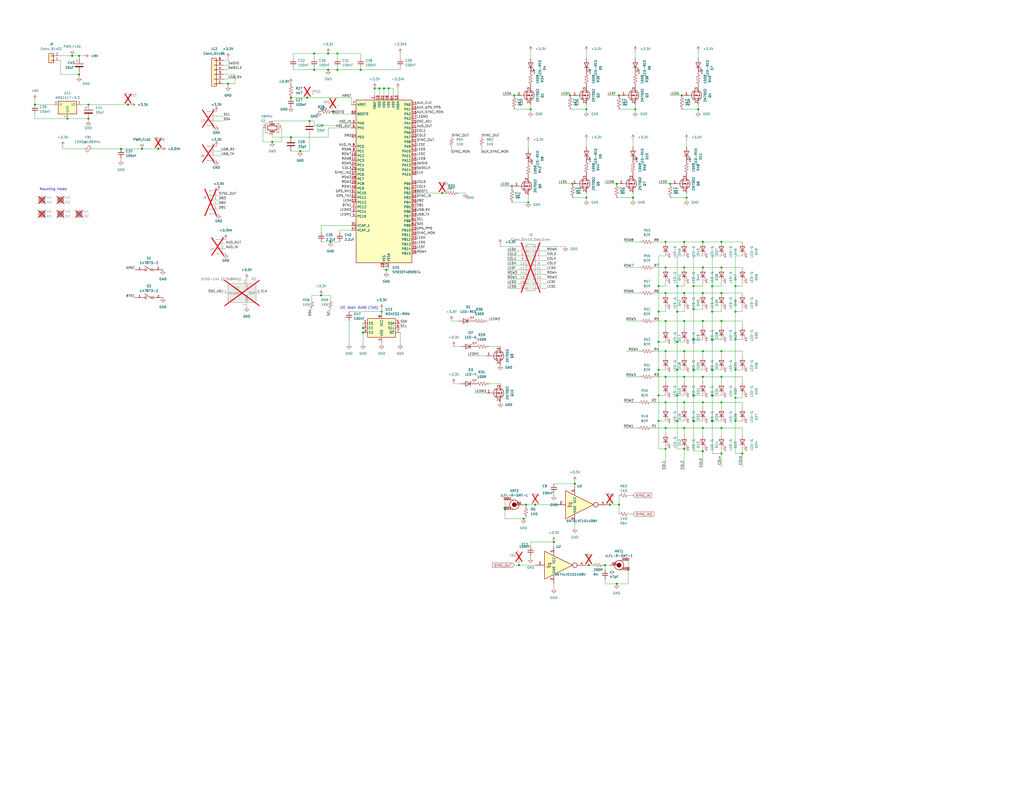
<source format=kicad_sch>
(kicad_sch (version 20230121) (generator eeschema)
  (paper "C")
  (title_block (title "Blinky V4") (rev "v4") (company "Cullen Jennings"))
  (junction (at 198.12 179.07))
  (junction (at 393.7 191.77))
  (junction (at 383.54 246.38))
  (junction (at 405.13 247.65))
  (junction (at 179.07 29.21))
  (junction (at 401.32 185.42))
  (junction (at 373.38 233.68))
  (junction (at 373.38 219.71))
  (junction (at 198.12 181.61))
  (junction (at 292.1 275.59))
  (junction (at 363.22 245.11))
  (junction (at 374.65 107.95))
  (junction (at 383.54 219.71))
  (junction (at 48.26 64.77))
  (junction (at 363.22 132.08))
  (junction (at 378.46 215.9))
  (junction (at 363.22 205.74))
  (junction (at 43.18 40.64))
  (junction (at 383.54 160.02))
  (junction (at 363.22 233.68))
  (junction (at 378.46 156.21))
  (junction (at 393.7 219.71))
  (junction (at 207.01 48.26))
  (junction (at 168.91 66.04))
  (junction (at 363.22 146.05))
  (junction (at 369.57 215.9))
  (junction (at 401.32 201.93))
  (junction (at 181.61 60.96))
  (junction (at 393.7 132.08))
  (junction (at 359.41 201.93))
  (junction (at 86.36 81.28))
  (junction (at 388.62 215.9))
  (junction (at 283.21 308.61))
  (junction (at 369.57 170.18))
  (junction (at 373.38 175.26))
  (junction (at 158.75 74.93))
  (junction (at 383.54 175.26))
  (junction (at 393.7 205.74))
  (junction (at 312.42 100.33))
  (junction (at 393.7 160.02))
  (junction (at 369.57 201.93))
  (junction (at 163.83 82.55))
  (junction (at 363.22 191.77))
  (junction (at 372.11 52.07))
  (junction (at 175.26 161.29))
  (junction (at 288.29 110.49))
  (junction (at 393.7 247.65))
  (junction (at 373.38 132.08))
  (junction (at 289.56 59.69))
  (junction (at 369.57 156.21))
  (junction (at 158.75 53.34))
  (junction (at 167.64 53.34))
  (junction (at 171.45 38.1))
  (junction (at 275.59 278.13))
  (junction (at 241.3 105.41))
  (junction (at 378.46 185.42))
  (junction (at 359.41 229.87))
  (junction (at 345.44 107.95))
  (junction (at 77.47 81.28))
  (junction (at 363.22 175.26))
  (junction (at 148.59 77.47))
  (junction (at 179.07 38.1))
  (junction (at 388.62 170.18))
  (junction (at 359.41 186.69))
  (junction (at 171.45 29.21))
  (junction (at 388.62 156.21))
  (junction (at 373.38 146.05))
  (junction (at 69.85 57.15))
  (junction (at 378.46 201.93))
  (junction (at 313.69 264.16))
  (junction (at 369.57 186.69))
  (junction (at 279.4 101.6))
  (junction (at 401.32 170.18))
  (junction (at 184.15 29.21))
  (junction (at 383.54 205.74))
  (junction (at 184.15 38.1))
  (junction (at 378.46 229.87))
  (junction (at 365.76 100.33))
  (junction (at 373.38 160.02))
  (junction (at 320.04 59.69))
  (junction (at 320.04 107.95))
  (junction (at 363.22 160.02))
  (junction (at 378.46 168.91))
  (junction (at 280.67 52.07))
  (junction (at 302.26 295.91))
  (junction (at 369.57 229.87))
  (junction (at 388.62 201.93))
  (junction (at 321.31 308.61))
  (junction (at 388.62 185.42))
  (junction (at 359.41 156.21))
  (junction (at 19.05 57.15))
  (junction (at 383.54 146.05))
  (junction (at 336.55 100.33))
  (junction (at 196.85 38.1))
  (junction (at 48.26 57.15))
  (junction (at 393.7 175.26))
  (junction (at 337.82 275.59))
  (junction (at 209.55 48.26))
  (junction (at 311.15 52.07))
  (junction (at 401.32 156.21))
  (junction (at 401.32 217.17))
  (junction (at 43.18 30.48))
  (junction (at 373.38 245.11))
  (junction (at 337.82 52.07))
  (junction (at 388.62 229.87))
  (junction (at 373.38 191.77))
  (junction (at 39.37 30.48))
  (junction (at 212.09 48.26))
  (junction (at 363.22 219.71))
  (junction (at 66.04 81.28))
  (junction (at 204.47 48.26))
  (junction (at 383.54 132.08))
  (junction (at 332.74 275.59))
  (junction (at 359.41 170.18))
  (junction (at 359.41 215.9))
  (junction (at 383.54 191.77))
  (junction (at 401.32 229.87))
  (junction (at 381 59.69))
  (junction (at 383.54 233.68))
  (junction (at 393.7 146.05))
  (junction (at 180.34 132.08))
  (junction (at 208.28 170.18))
  (junction (at 373.38 205.74))
  (junction (at 210.82 147.32))
  (junction (at 393.7 233.68))
  (junction (at 336.55 318.77))
  (junction (at 346.71 59.69))
  (junction (at 124.46 45.72))
  (junction (at 36.83 64.77))
  (junction (at 285.75 283.21))
  (junction (at 287.02 275.59))
  (junction (at 330.2 308.61))
  (junction (at 342.9 311.15))
  (wire (pts (xy 43.18 39.37) (xy 43.18 40.64)))
  (wire (pts (xy 160.02 29.21) (xy 171.45 29.21)))
  (wire (pts (xy 218.44 29.21) (xy 218.44 31.75)))
  (wire (pts (xy 320.04 105.41) (xy 320.04 107.95)))
  (wire (pts (xy 250.19 105.41) (xy 254 105.41)))
  (wire (pts (xy 295.91 154.94) (xy 298.45 154.94)))
  (wire (pts (xy 302.26 264.16) (xy 313.69 264.16)))
  (wire (pts (xy 378.46 185.42) (xy 378.46 201.93)))
  (wire (pts (xy 208.28 170.18) (xy 208.28 171.45)))
  (wire (pts (xy 217.17 48.26) (xy 217.17 52.07)))
  (wire (pts (xy 181.61 62.23) (xy 181.61 60.96)))
  (wire (pts (xy 405.13 208.28) (xy 405.13 205.74)))
  (wire (pts (xy 196.85 29.21) (xy 184.15 29.21)))
  (wire (pts (xy 345.44 107.95) (xy 345.44 109.22)))
  (wire (pts (xy 393.7 215.9) (xy 388.62 215.9)))
  (wire (pts (xy 179.07 69.85) (xy 191.77 69.85)))
  (wire (pts (xy 320.04 59.69) (xy 320.04 60.96)))
  (wire (pts (xy 44.45 57.15) (xy 48.26 57.15)))
  (wire (pts (xy 48.26 64.77) (xy 48.26 66.04)))
  (wire (pts (xy 218.44 181.61) (xy 218.44 187.96)))
  (wire (pts (xy 330.2 100.33) (xy 336.55 100.33)))
  (wire (pts (xy 405.13 219.71) (xy 393.7 219.71)))
  (wire (pts (xy 143.51 77.47) (xy 148.59 77.47)))
  (wire (pts (xy 355.6 219.71) (xy 363.22 219.71)))
  (wire (pts (xy 171.45 29.21) (xy 179.07 29.21)))
  (wire (pts (xy 33.02 40.64) (xy 43.18 40.64)))
  (wire (pts (xy 336.55 100.33) (xy 337.82 100.33)))
  (wire (pts (xy 266.7 209.55) (xy 273.05 209.55)))
  (wire (pts (xy 373.38 245.11) (xy 373.38 256.54)))
  (wire (pts (xy 167.64 53.34) (xy 191.77 53.34)))
  (wire (pts (xy 320.04 107.95) (xy 320.04 109.22)))
  (wire (pts (xy 393.7 153.67) (xy 393.7 156.21)))
  (wire (pts (xy 346.71 59.69) (xy 346.71 60.96)))
  (wire (pts (xy 405.13 215.9) (xy 405.13 217.17)))
  (wire (pts (xy 401.32 247.65) (xy 405.13 247.65)))
  (wire (pts (xy 128.27 40.64) (xy 128.27 45.72)))
  (wire (pts (xy 359.41 245.11) (xy 363.22 245.11)))
  (wire (pts (xy 121.92 38.1) (xy 124.46 38.1)))
  (wire (pts (xy 405.13 194.31) (xy 405.13 191.77)))
  (wire (pts (xy 48.26 57.15) (xy 69.85 57.15)))
  (wire (pts (xy 365.76 52.07) (xy 372.11 52.07)))
  (wire (pts (xy 363.22 194.31) (xy 363.22 191.77)))
  (wire (pts (xy 196.85 31.75) (xy 196.85 29.21)))
  (wire (pts (xy 283.21 308.61) (xy 292.1 308.61)))
  (wire (pts (xy 247.65 209.55) (xy 251.46 209.55)))
  (wire (pts (xy 302.26 295.91) (xy 302.26 298.45)))
  (wire (pts (xy 289.56 59.69) (xy 289.56 60.96)))
  (wire (pts (xy 393.7 160.02) (xy 405.13 160.02)))
  (wire (pts (xy 320.04 27.94) (xy 320.04 31.75)))
  (wire (pts (xy 388.62 229.87) (xy 388.62 247.65)))
  (wire (pts (xy 118.11 85.09) (xy 120.65 85.09)))
  (wire (pts (xy 383.54 191.77) (xy 373.38 191.77)))
  (wire (pts (xy 121.92 43.18) (xy 124.46 43.18)))
  (wire (pts (xy 283.21 134.62) (xy 273.05 134.62)))
  (wire (pts (xy 383.54 233.68) (xy 373.38 233.68)))
  (wire (pts (xy 295.91 147.32) (xy 298.45 147.32)))
  (wire (pts (xy 124.46 45.72) (xy 124.46 46.99)))
  (wire (pts (xy 336.55 107.95) (xy 345.44 107.95)))
  (wire (pts (xy 378.46 246.38) (xy 383.54 246.38)))
  (wire (pts (xy 330.2 316.23) (xy 330.2 318.77)))
  (wire (pts (xy 342.9 270.51) (xy 345.44 270.51)))
  (wire (pts (xy 342.9 311.15) (xy 342.9 318.77)))
  (wire (pts (xy 383.54 237.49) (xy 383.54 233.68)))
  (wire (pts (xy 190.5 170.18) (xy 208.28 170.18)))
  (wire (pts (xy 378.46 215.9) (xy 383.54 215.9)))
  (wire (pts (xy 279.4 101.6) (xy 279.4 102.87)))
  (wire (pts (xy 304.8 100.33) (xy 312.42 100.33)))
  (wire (pts (xy 148.59 66.04) (xy 168.91 66.04)))
  (wire (pts (xy 167.64 53.34) (xy 158.75 53.34)))
  (wire (pts (xy 185.42 68.58) (xy 185.42 67.31)))
  (wire (pts (xy 179.07 69.85) (xy 179.07 74.93)))
  (wire (pts (xy 405.13 175.26) (xy 393.7 175.26)))
  (wire (pts (xy 33.02 33.02) (xy 33.02 40.64)))
  (wire (pts (xy 160.02 38.1) (xy 171.45 38.1)))
  (wire (pts (xy 388.62 139.7) (xy 388.62 156.21)))
  (wire (pts (xy 311.15 52.07) (xy 312.42 52.07)))
  (wire (pts (xy 320.04 308.61) (xy 321.31 308.61)))
  (wire (pts (xy 262.89 80.01) (xy 262.89 83.82)))
  (wire (pts (xy 191.77 125.73) (xy 185.42 125.73)))
  (wire (pts (xy 179.07 74.93) (xy 158.75 74.93)))
  (wire (pts (xy 405.13 205.74) (xy 393.7 205.74)))
  (wire (pts (xy 175.26 123.19) (xy 191.77 123.19)))
  (wire (pts (xy 359.41 215.9) (xy 359.41 229.87)))
  (wire (pts (xy 373.38 219.71) (xy 363.22 219.71)))
  (wire (pts (xy 388.62 201.93) (xy 393.7 201.93)))
  (wire (pts (xy 66.04 86.36) (xy 66.04 87.63)))
  (wire (pts (xy 288.29 106.68) (xy 288.29 110.49)))
  (wire (pts (xy 405.13 139.7) (xy 401.32 139.7)))
  (wire (pts (xy 393.7 247.65) (xy 393.7 255.27)))
  (wire (pts (xy 359.41 156.21) (xy 359.41 170.18)))
  (wire (pts (xy 388.62 215.9) (xy 388.62 229.87)))
  (wire (pts (xy 276.86 157.48) (xy 283.21 157.48)))
  (wire (pts (xy 312.42 107.95) (xy 320.04 107.95)))
  (wire (pts (xy 393.7 139.7) (xy 388.62 139.7)))
  (wire (pts (xy 280.67 308.61) (xy 283.21 308.61)))
  (wire (pts (xy 210.82 148.59) (xy 210.82 147.32)))
  (wire (pts (xy 168.91 73.66) (xy 168.91 82.55)))
  (wire (pts (xy 369.57 186.69) (xy 369.57 201.93)))
  (wire (pts (xy 212.09 48.26) (xy 214.63 48.26)))
  (wire (pts (xy 50.8 81.28) (xy 66.04 81.28)))
  (wire (pts (xy 340.36 160.02) (xy 349.25 160.02)))
  (wire (pts (xy 401.32 229.87) (xy 401.32 247.65)))
  (wire (pts (xy 143.51 69.85) (xy 143.51 77.47)))
  (wire (pts (xy 295.91 157.48) (xy 298.45 157.48)))
  (wire (pts (xy 345.44 76.2) (xy 345.44 80.01)))
  (wire (pts (xy 273.05 134.62) (xy 273.05 133.35)))
  (wire (pts (xy 212.09 146.05) (xy 212.09 147.32)))
  (wire (pts (xy 393.7 167.64) (xy 393.7 170.18)))
  (wire (pts (xy 320.04 76.2) (xy 320.04 80.01)))
  (wire (pts (xy 356.87 160.02) (xy 363.22 160.02)))
  (wire (pts (xy 369.57 201.93) (xy 373.38 201.93)))
  (wire (pts (xy 363.22 245.11) (xy 363.22 256.54)))
  (wire (pts (xy 342.9 280.67) (xy 345.44 280.67)))
  (wire (pts (xy 405.13 191.77) (xy 393.7 191.77)))
  (wire (pts (xy 393.7 233.68) (xy 405.13 233.68)))
  (wire (pts (xy 321.31 308.61) (xy 323.85 308.61)))
  (wire (pts (xy 363.22 191.77) (xy 356.87 191.77)))
  (wire (pts (xy 121.92 33.02) (xy 124.46 33.02)))
  (wire (pts (xy 124.46 33.02) (xy 124.46 31.75)))
  (wire (pts (xy 289.56 57.15) (xy 289.56 59.69)))
  (wire (pts (xy 393.7 245.11) (xy 393.7 247.65)))
  (wire (pts (xy 341.63 205.74) (xy 349.25 205.74)))
  (wire (pts (xy 383.54 167.64) (xy 383.54 168.91)))
  (wire (pts (xy 363.22 233.68) (xy 355.6 233.68)))
  (wire (pts (xy 279.4 101.6) (xy 280.67 101.6)))
  (wire (pts (xy 405.13 170.18) (xy 401.32 170.18)))
  (wire (pts (xy 373.38 186.69) (xy 369.57 186.69)))
  (wire (pts (xy 289.56 295.91) (xy 302.26 295.91)))
  (wire (pts (xy 388.62 156.21) (xy 388.62 170.18)))
  (wire (pts (xy 365.76 100.33) (xy 367.03 100.33)))
  (wire (pts (xy 381 57.15) (xy 381 59.69)))
  (wire (pts (xy 337.82 275.59) (xy 332.74 275.59)))
  (wire (pts (xy 363.22 215.9) (xy 359.41 215.9)))
  (wire (pts (xy 374.65 105.41) (xy 374.65 107.95)))
  (wire (pts (xy 378.46 215.9) (xy 378.46 229.87)))
  (wire (pts (xy 373.38 205.74) (xy 363.22 205.74)))
  (wire (pts (xy 340.36 146.05) (xy 349.25 146.05)))
  (wire (pts (xy 337.82 59.69) (xy 346.71 59.69)))
  (wire (pts (xy 185.42 125.73) (xy 185.42 127)))
  (wire (pts (xy 198.12 181.61) (xy 198.12 187.96)))
  (wire (pts (xy 341.63 191.77) (xy 349.25 191.77)))
  (wire (pts (xy 287.02 275.59) (xy 287.02 276.86)))
  (wire (pts (xy 255.27 194.31) (xy 265.43 194.31)))
  (wire (pts (xy 168.91 66.04) (xy 171.45 66.04)))
  (wire (pts (xy 148.59 74.93) (xy 158.75 74.93)))
  (wire (pts (xy 373.38 167.64) (xy 373.38 170.18)))
  (wire (pts (xy 363.22 139.7) (xy 359.41 139.7)))
  (wire (pts (xy 346.71 57.15) (xy 346.71 59.69)))
  (wire (pts (xy 342.9 318.77) (xy 336.55 318.77)))
  (wire (pts (xy 369.57 229.87) (xy 369.57 245.11)))
  (wire (pts (xy 401.32 170.18) (xy 401.32 185.42)))
  (wire (pts (xy 405.13 237.49) (xy 405.13 233.68)))
  (wire (pts (xy 276.86 152.4) (xy 283.21 152.4)))
  (wire (pts (xy 378.46 201.93) (xy 378.46 215.9)))
  (wire (pts (xy 378.46 139.7) (xy 378.46 156.21)))
  (wire (pts (xy 170.18 161.29) (xy 175.26 161.29)))
  (wire (pts (xy 191.77 57.15) (xy 191.77 53.34)))
  (wire (pts (xy 311.15 59.69) (xy 320.04 59.69)))
  (wire (pts (xy 363.22 243.84) (xy 363.22 245.11)))
  (wire (pts (xy 66.04 81.28) (xy 77.47 81.28)))
  (wire (pts (xy 378.46 229.87) (xy 383.54 229.87)))
  (wire (pts (xy 405.13 217.17) (xy 401.32 217.17)))
  (wire (pts (xy 118.11 66.04) (xy 121.92 66.04)))
  (wire (pts (xy 374.65 76.2) (xy 374.65 80.01)))
  (wire (pts (xy 393.7 205.74) (xy 393.7 208.28)))
  (wire (pts (xy 393.7 191.77) (xy 383.54 191.77)))
  (wire (pts (xy 19.05 57.15) (xy 29.21 57.15)))
  (wire (pts (xy 369.57 201.93) (xy 369.57 215.9)))
  (wire (pts (xy 289.56 303.53) (xy 289.56 304.8)))
  (wire (pts (xy 241.3 105.41) (xy 242.57 105.41)))
  (wire (pts (xy 204.47 48.26) (xy 207.01 48.26)))
  (wire (pts (xy 383.54 219.71) (xy 383.54 222.25)))
  (wire (pts (xy 280.67 52.07) (xy 281.94 52.07)))
  (wire (pts (xy 363.22 132.08) (xy 373.38 132.08)))
  (wire (pts (xy 359.41 201.93) (xy 363.22 201.93)))
  (wire (pts (xy 359.41 229.87) (xy 363.22 229.87)))
  (wire (pts (xy 331.47 52.07) (xy 337.82 52.07)))
  (wire (pts (xy 289.56 298.45) (xy 289.56 295.91)))
  (wire (pts (xy 374.65 107.95) (xy 374.65 109.22)))
  (wire (pts (xy 171.45 36.83) (xy 171.45 38.1)))
  (wire (pts (xy 363.22 205.74) (xy 363.22 208.28)))
  (wire (pts (xy 212.09 147.32) (xy 210.82 147.32)))
  (wire (pts (xy 363.22 156.21) (xy 359.41 156.21)))
  (wire (pts (xy 383.54 153.67) (xy 383.54 156.21)))
  (wire (pts (xy 356.87 146.05) (xy 363.22 146.05)))
  (wire (pts (xy 388.62 185.42) (xy 388.62 201.93)))
  (wire (pts (xy 210.82 147.32) (xy 209.55 147.32)))
  (wire (pts (xy 393.7 175.26) (xy 383.54 175.26)))
  (wire (pts (xy 287.02 283.21) (xy 285.75 283.21)))
  (wire (pts (xy 337.82 52.07) (xy 339.09 52.07)))
  (wire (pts (xy 383.54 175.26) (xy 383.54 177.8)))
  (wire (pts (xy 383.54 156.21) (xy 378.46 156.21)))
  (wire (pts (xy 128.27 45.72) (xy 124.46 45.72)))
  (wire (pts (xy 369.57 245.11) (xy 373.38 245.11)))
  (wire (pts (xy 373.38 139.7) (xy 369.57 139.7)))
  (wire (pts (xy 69.85 57.15) (xy 71.12 57.15)))
  (wire (pts (xy 39.37 30.48) (xy 43.18 30.48)))
  (wire (pts (xy 383.54 160.02) (xy 393.7 160.02)))
  (wire (pts (xy 373.38 156.21) (xy 369.57 156.21)))
  (wire (pts (xy 279.4 110.49) (xy 288.29 110.49)))
  (wire (pts (xy 171.45 38.1) (xy 179.07 38.1)))
  (wire (pts (xy 313.69 285.75) (xy 313.69 288.29)))
  (wire (pts (xy 405.13 222.25) (xy 405.13 219.71)))
  (wire (pts (xy 378.46 139.7) (xy 383.54 139.7)))
  (wire (pts (xy 378.46 156.21) (xy 378.46 168.91)))
  (wire (pts (xy 359.41 170.18) (xy 359.41 186.69)))
  (wire (pts (xy 405.13 247.65) (xy 405.13 255.27)))
  (wire (pts (xy 181.61 59.69) (xy 181.61 60.96)))
  (wire (pts (xy 148.59 77.47) (xy 153.67 77.47)))
  (wire (pts (xy 43.18 30.48) (xy 43.18 31.75)))
  (wire (pts (xy 363.22 175.26) (xy 363.22 179.07)))
  (wire (pts (xy 208.28 168.91) (xy 208.28 170.18)))
  (wire (pts (xy 363.22 160.02) (xy 373.38 160.02)))
  (wire (pts (xy 170.18 163.83) (xy 170.18 161.29)))
  (wire (pts (xy 246.38 175.26) (xy 250.19 175.26)))
  (wire (pts (xy 274.32 52.07) (xy 280.67 52.07)))
  (wire (pts (xy 393.7 219.71) (xy 393.7 222.25)))
  (wire (pts (xy 289.56 27.94) (xy 289.56 31.75)))
  (wire (pts (xy 184.15 29.21) (xy 184.15 31.75)))
  (wire (pts (xy 331.47 275.59) (xy 332.74 275.59)))
  (wire (pts (xy 196.85 36.83) (xy 196.85 38.1)))
  (wire (pts (xy 306.07 52.07) (xy 311.15 52.07)))
  (wire (pts (xy 313.69 262.89) (xy 313.69 264.16)))
  (wire (pts (xy 405.13 177.8) (xy 405.13 175.26)))
  (wire (pts (xy 34.29 81.28) (xy 45.72 81.28)))
  (wire (pts (xy 369.57 156.21) (xy 369.57 170.18)))
  (wire (pts (xy 388.62 201.93) (xy 388.62 215.9)))
  (wire (pts (xy 118.11 82.55) (xy 120.65 82.55)))
  (wire (pts (xy 401.32 185.42) (xy 401.32 201.93)))
  (wire (pts (xy 313.69 264.16) (xy 313.69 265.43)))
  (wire (pts (xy 121.92 35.56) (xy 124.46 35.56)))
  (wire (pts (xy 373.38 170.18) (xy 369.57 170.18)))
  (wire (pts (xy 393.7 175.26) (xy 393.7 177.8)))
  (wire (pts (xy 383.54 146.05) (xy 393.7 146.05)))
  (wire (pts (xy 373.38 233.68) (xy 373.38 237.49)))
  (wire (pts (xy 369.57 170.18) (xy 369.57 186.69)))
  (wire (pts (xy 373.38 153.67) (xy 373.38 156.21)))
  (wire (pts (xy 276.86 137.16) (xy 283.21 137.16)))
  (wire (pts (xy 346.71 27.94) (xy 346.71 31.75)))
  (wire (pts (xy 247.65 189.23) (xy 251.46 189.23)))
  (wire (pts (xy 383.54 205.74) (xy 383.54 208.28)))
  (wire (pts (xy 337.82 275.59) (xy 337.82 280.67)))
  (wire (pts (xy 19.05 54.61) (xy 19.05 57.15)))
  (wire (pts (xy 209.55 147.32) (xy 209.55 146.05)))
  (wire (pts (xy 405.13 167.64) (xy 405.13 170.18)))
  (wire (pts (xy 218.44 36.83) (xy 218.44 38.1)))
  (wire (pts (xy 393.7 132.08) (xy 405.13 132.08)))
  (wire (pts (xy 292.1 275.59) (xy 303.53 275.59)))
  (wire (pts (xy 275.59 273.05) (xy 275.59 278.13)))
  (wire (pts (xy 171.45 29.21) (xy 171.45 31.75)))
  (wire (pts (xy 340.36 233.68) (xy 347.98 233.68)))
  (wire (pts (xy 383.54 191.77) (xy 383.54 194.31)))
  (wire (pts (xy 180.34 161.29) (xy 175.26 161.29)))
  (wire (pts (xy 383.54 205.74) (xy 373.38 205.74)))
  (wire (pts (xy 273.05 101.6) (xy 279.4 101.6)))
  (wire (pts (xy 285.75 283.21) (xy 275.59 283.21)))
  (wire (pts (xy 77.47 81.28) (xy 86.36 81.28)))
  (wire (pts (xy 369.57 215.9) (xy 369.57 229.87)))
  (wire (pts (xy 359.41 229.87) (xy 359.41 245.11)))
  (wire (pts (xy 363.22 167.64) (xy 363.22 170.18)))
  (wire (pts (xy 288.29 77.47) (xy 288.29 81.28)))
  (wire (pts (xy 369.57 139.7) (xy 369.57 156.21)))
  (wire (pts (xy 363.22 236.22) (xy 363.22 233.68)))
  (wire (pts (xy 283.21 307.34) (xy 283.21 308.61)))
  (wire (pts (xy 393.7 191.77) (xy 393.7 194.31)))
  (wire (pts (xy 295.91 149.86) (xy 298.45 149.86)))
  (wire (pts (xy 393.7 185.42) (xy 388.62 185.42)))
  (wire (pts (xy 265.43 175.26) (xy 266.7 175.26)))
  (wire (pts (xy 198.12 179.07) (xy 198.12 181.61)))
  (wire (pts (xy 19.05 62.23) (xy 19.05 64.77)))
  (wire (pts (xy 121.92 40.64) (xy 128.27 40.64)))
  (wire (pts (xy 302.26 318.77) (xy 302.26 321.31)))
  (wire (pts (xy 43.18 40.64) (xy 43.18 41.91)))
  (wire (pts (xy 207.01 48.26) (xy 207.01 52.07)))
  (wire (pts (xy 363.22 153.67) (xy 363.22 156.21)))
  (wire (pts (xy 185.42 67.31) (xy 191.77 67.31)))
  (wire (pts (xy 359.41 139.7) (xy 359.41 156.21)))
  (wire (pts (xy 330.2 308.61) (xy 332.74 308.61)))
  (wire (pts (xy 363.22 146.05) (xy 373.38 146.05)))
  (wire (pts (xy 287.02 275.59) (xy 292.1 275.59)))
  (wire (pts (xy 383.54 185.42) (xy 378.46 185.42)))
  (wire (pts (xy 363.22 186.69) (xy 359.41 186.69)))
  (wire (pts (xy 393.7 219.71) (xy 383.54 219.71)))
  (wire (pts (xy 340.36 219.71) (xy 347.98 219.71)))
  (wire (pts (xy 190.5 175.26) (xy 190.5 187.96)))
  (wire (pts (xy 276.86 139.7) (xy 283.21 139.7)))
  (wire (pts (xy 330.2 308.61) (xy 330.2 311.15)))
  (wire (pts (xy 208.28 186.69) (xy 208.28 187.96)))
  (wire (pts (xy 36.83 64.77) (xy 48.26 64.77)))
  (wire (pts (xy 383.54 168.91) (xy 378.46 168.91)))
  (wire (pts (xy 359.41 100.33) (xy 365.76 100.33)))
  (wire (pts (xy 175.26 132.08) (xy 180.34 132.08)))
  (wire (pts (xy 276.86 149.86) (xy 283.21 149.86)))
  (wire (pts (xy 158.75 82.55) (xy 163.83 82.55)))
  (wire (pts (xy 340.36 132.08) (xy 349.25 132.08)))
  (wire (pts (xy 302.26 269.24) (xy 302.26 270.51)))
  (wire (pts (xy 276.86 154.94) (xy 283.21 154.94)))
  (wire (pts (xy 373.38 146.05) (xy 383.54 146.05)))
  (wire (pts (xy 363.22 219.71) (xy 363.22 222.25)))
  (wire (pts (xy 148.59 73.66) (xy 148.59 74.93)))
  (wire (pts (xy 401.32 217.17) (xy 401.32 229.87)))
  (wire (pts (xy 212.09 48.26) (xy 212.09 52.07)))
  (wire (pts (xy 373.38 179.07) (xy 373.38 175.26)))
  (wire (pts (xy 171.45 66.04) (xy 171.45 68.58)))
  (wire (pts (xy 337.82 270.51) (xy 337.82 275.59)))
  (wire (pts (xy 191.77 62.23) (xy 181.61 62.23)))
  (wire (pts (xy 295.91 152.4) (xy 298.45 152.4)))
  (wire (pts (xy 285.75 275.59) (xy 287.02 275.59)))
  (wire (pts (xy 401.32 156.21) (xy 401.32 170.18)))
  (wire (pts (xy 405.13 185.42) (xy 401.32 185.42)))
  (wire (pts (xy 118.11 63.5) (xy 121.92 63.5)))
  (wire (pts (xy 356.87 205.74) (xy 363.22 205.74)))
  (wire (pts (xy 405.13 153.67) (xy 405.13 156.21)))
  (wire (pts (xy 356.87 132.08) (xy 363.22 132.08)))
  (wire (pts (xy 393.7 170.18) (xy 388.62 170.18)))
  (wire (pts (xy 227.33 105.41) (xy 241.3 105.41)))
  (wire (pts (xy 401.32 201.93) (xy 405.13 201.93)))
  (wire (pts (xy 393.7 237.49) (xy 393.7 233.68)))
  (wire (pts (xy 341.63 175.26) (xy 349.25 175.26)))
  (wire (pts (xy 383.54 233.68) (xy 393.7 233.68)))
  (wire (pts (xy 373.38 132.08) (xy 383.54 132.08)))
  (wire (pts (xy 359.41 201.93) (xy 359.41 215.9)))
  (wire (pts (xy 246.38 80.01) (xy 246.38 83.82)))
  (wire (pts (xy 295.91 137.16) (xy 298.45 137.16)))
  (wire (pts (xy 405.13 245.11) (xy 405.13 247.65)))
  (wire (pts (xy 180.34 132.08) (xy 185.42 132.08)))
  (wire (pts (xy 381 27.94) (xy 381 31.75)))
  (wire (pts (xy 179.07 38.1) (xy 184.15 38.1)))
  (wire (pts (xy 295.91 144.78) (xy 298.45 144.78)))
  (wire (pts (xy 295.91 139.7) (xy 298.45 139.7)))
  (wire (pts (xy 373.38 175.26) (xy 363.22 175.26)))
  (wire (pts (xy 383.54 175.26) (xy 373.38 175.26)))
  (wire (pts (xy 388.62 170.18) (xy 388.62 185.42)))
  (wire (pts (xy 33.02 30.48) (xy 39.37 30.48)))
  (wire (pts (xy 336.55 318.77) (xy 330.2 318.77)))
  (wire (pts (xy 401.32 139.7) (xy 401.32 156.21)))
  (wire (pts (xy 259.08 214.63) (xy 265.43 214.63)))
  (wire (pts (xy 184.15 29.21) (xy 179.07 29.21)))
  (wire (pts (xy 373.38 233.68) (xy 363.22 233.68)))
  (wire (pts (xy 86.36 81.28) (xy 87.63 81.28)))
  (wire (pts (xy 45.72 30.48) (xy 43.18 30.48)))
  (wire (pts (xy 393.7 146.05) (xy 405.13 146.05)))
  (wire (pts (xy 204.47 48.26) (xy 204.47 52.07)))
  (wire (pts (xy 373.38 222.25) (xy 373.38 219.71)))
  (wire (pts (xy 359.41 186.69) (xy 359.41 201.93)))
  (wire (pts (xy 207.01 48.26) (xy 209.55 48.26)))
  (wire (pts (xy 345.44 105.41) (xy 345.44 107.95)))
  (wire (pts (xy 276.86 142.24) (xy 283.21 142.24)))
  (wire (pts (xy 287.02 281.94) (xy 287.02 283.21)))
  (wire (pts (xy 383.54 245.11) (xy 383.54 246.38)))
  (wire (pts (xy 401.32 229.87) (xy 405.13 229.87)))
  (wire (pts (xy 372.11 52.07) (xy 373.38 52.07)))
  (wire (pts (xy 378.46 201.93) (xy 383.54 201.93)))
  (wire (pts (xy 373.38 191.77) (xy 363.22 191.77)))
  (wire (pts (xy 275.59 283.21) (xy 275.59 278.13)))
  (wire (pts (xy 378.46 229.87) (xy 378.46 246.38)))
  (wire (pts (xy 180.34 163.83) (xy 180.34 161.29)))
  (wire (pts (xy 320.04 57.15) (xy 320.04 59.69)))
  (wire (pts (xy 153.67 69.85) (xy 153.67 77.47)))
  (wire (pts (xy 342.9 306.07) (xy 342.9 311.15)))
  (wire (pts (xy 276.86 144.78) (xy 283.21 144.78)))
  (wire (pts (xy 160.02 31.75) (xy 160.02 29.21)))
  (wire (pts (xy 295.91 142.24) (xy 298.45 142.24)))
  (wire (pts (xy 369.57 229.87) (xy 373.38 229.87)))
  (wire (pts (xy 381 59.69) (xy 381 60.96)))
  (wire (pts (xy 383.54 132.08) (xy 393.7 132.08)))
  (wire (pts (xy 405.13 156.21) (xy 401.32 156.21)))
  (wire (pts (xy 198.12 176.53) (xy 198.12 179.07)))
  (wire (pts (xy 373.38 160.02) (xy 383.54 160.02)))
  (wire (pts (xy 378.46 168.91) (xy 378.46 185.42)))
  (wire (pts (xy 365.76 107.95) (xy 374.65 107.95)))
  (wire (pts (xy 369.57 215.9) (xy 373.38 215.9)))
  (wire (pts (xy 363.22 170.18) (xy 359.41 170.18)))
  (wire (pts (xy 393.7 229.87) (xy 388.62 229.87)))
  (wire (pts (xy 295.91 134.62) (xy 308.61 134.62)))
  (wire (pts (xy 328.93 308.61) (xy 330.2 308.61)))
  (wire (pts (xy 171.45 68.58) (xy 185.42 68.58)))
  (wire (pts (xy 393.7 205.74) (xy 383.54 205.74)))
  (wire (pts (xy 373.38 194.31) (xy 373.38 191.77)))
  (wire (pts (xy 160.02 36.83) (xy 160.02 38.1)))
  (wire (pts (xy 209.55 48.26) (xy 209.55 52.07)))
  (wire (pts (xy 383.54 219.71) (xy 373.38 219.71)))
  (wire (pts (xy 34.29 80.01) (xy 34.29 81.28)))
  (wire (pts (xy 388.62 247.65) (xy 393.7 247.65)))
  (wire (pts (xy 266.7 189.23) (xy 273.05 189.23)))
  (wire (pts (xy 373.38 208.28) (xy 373.38 205.74)))
  (wire (pts (xy 276.86 147.32) (xy 283.21 147.32)))
  (wire (pts (xy 372.11 59.69) (xy 381 59.69)))
  (wire (pts (xy 175.26 127) (xy 175.26 123.19)))
  (wire (pts (xy 393.7 156.21) (xy 388.62 156.21)))
  (wire (pts (xy 280.67 59.69) (xy 289.56 59.69)))
  (wire (pts (xy 383.54 246.38) (xy 383.54 255.27)))
  (wire (pts (xy 19.05 64.77) (xy 36.83 64.77)))
  (wire (pts (xy 401.32 201.93) (xy 401.32 217.17)))
  (wire (pts (xy 209.55 48.26) (xy 212.09 48.26)))
  (wire (pts (xy 184.15 36.83) (xy 184.15 38.1)))
  (wire (pts (xy 214.63 52.07) (xy 214.63 48.26)))
  (wire (pts (xy 184.15 38.1) (xy 196.85 38.1)))
  (wire (pts (xy 121.92 45.72) (xy 124.46 45.72)))
  (wire (pts (xy 168.91 82.55) (xy 163.83 82.55)))
  (wire (pts (xy 196.85 38.1) (xy 218.44 38.1)))
  (wire (pts (xy 356.87 175.26) (xy 363.22 175.26)))
  (text "I2C Addr: 0x50 (7bit)" (at 185.42 168.91 0) (effects (font (size 1.27 1.27)) (justify left bottom)))
  (text "Mounting Holes" (at 21.59 104.14 0) (effects (font (size 1.27 1.27)) (justify left bottom)))
  (label "AUX_GPS_PPS" (at 227.33 59.69 0))
  (label "SYNC_IN" (at 227.33 107.95 0))
  (label "LEDG" (at 227.33 133.35 0))
  (label "DB1" (at 119.38 114.3 0))
  (label "LEDF" (at 331.47 52.07 0))
  (label "AUX_SYNC_MON" (at 227.33 62.23 0))
  (label "CLK" (at 142.24 160.02 0))
  (label "SDA" (at 170.18 168.91 270))
  (label "LEDM3" (at 259.08 214.63 0))
  (label "SDA" (at 227.33 123.19 0))
  (label "GPS_PPS" (at 227.33 125.73 0))
  (label "COL5" (at 227.33 100.33 0))
  (label "ROW2" (at 340.36 219.71 0))
  (label "R8" (at 356.87 132.08 0))
  (label "DB3" (at 191.77 74.93 180))
  (label "BOOT1" (at 227.33 105.41 0))
  (label "LEDE" (at 304.8 100.33 0))
  (label "SYNC_IN2" (at 191.77 95.25 180))
  (label "LEDA" (at 274.32 52.07 0))
  (label "LEDM1" (at 191.77 118.11 180))
  (label "LEDM2" (at 266.7 175.26 0))
  (label "SWDIO" (at 124.46 35.56 0))
  (label "GPS_RX1" (at 191.77 105.41 180))
  (label "LEDM3" (at 191.77 115.57 180))
  (label "DB3" (at 119.38 109.22 0))
  (label "ROW6" (at 191.77 82.55 180))
  (label "LEDD" (at 227.33 82.55 0))
  (label "LEDD" (at 273.05 101.6 0))
  (label "HSE_IN" (at 191.77 67.31 180))
  (label "LA" (at 289.56 39.37 0))
  (label "BTN1" (at 73.66 162.56 180))
  (label "R1" (at 355.6 233.68 0))
  (label "LEDB" (at 227.33 87.63 0))
  (label "LF" (at 346.71 39.37 0))
  (label "ROW5" (at 341.63 175.26 0))
  (label "ROW2" (at 298.45 152.4 0))
  (label "USB_TX" (at 227.33 118.11 0))
  (label "COL3" (at 383.54 255.27 90))
  (label "LEDF" (at 227.33 135.89 0))
  (label "COL5" (at 405.13 254 90))
  (label "AUX_CLK" (at 227.33 57.15 0))
  (label "R4" (at 356.87 191.77 0))
  (label "ROW3" (at 341.63 205.74 0))
  (label "COL5" (at 276.86 139.7 0))
  (label "ROW4" (at 227.33 138.43 0))
  (label "LD" (at 288.29 88.9 0))
  (label "SCL" (at 218.44 179.07 0))
  (label "R6" (at 356.87 160.02 0))
  (label "ROW8" (at 340.36 132.08 0))
  (label "NRST" (at 186.69 53.34 0))
  (label "LEDC" (at 298.45 157.48 0))
  (label "SDA" (at 218.44 176.53 0))
  (label "SCL" (at 180.34 168.91 270))
  (label "LEDH" (at 306.07 52.07 0))
  (label "DB2" (at 119.38 111.76 0))
  (label "ROW5" (at 298.45 137.16 0))
  (label "COL1" (at 276.86 142.24 0))
  (label "COL2" (at 298.45 144.78 0))
  (label "LEDF" (at 276.86 147.32 0))
  (label "LEDC" (at 227.33 85.09 0))
  (label "BOOT0" (at 181.61 62.23 0))
  (label "ROW4" (at 298.45 149.86 0))
  (label "LEDA" (at 191.77 110.49 180))
  (label "R5" (at 356.87 175.26 0))
  (label "SWDCLK" (at 227.33 92.71 0))
  (label "LEDH" (at 276.86 144.78 0))
  (label "SYNC_OUT" (at 246.38 74.93 0))
  (label "SYNC_MON" (at 227.33 128.27 0))
  (label "LE" (at 320.04 87.63 0))
  (label "ROW4" (at 342.9 191.77 0))
  (label "COL2" (at 373.38 256.54 90))
  (label "ROW3" (at 191.77 97.79 180))
  (label "LEDD" (at 276.86 154.94 0))
  (label "USB_TX" (at 120.65 85.09 0))
  (label "NRST" (at 73.66 147.32 180))
  (label "ROW8" (at 191.77 87.63 180))
  (label "CLK" (at 227.33 95.25 0))
  (label "LEDA" (at 276.86 137.16 0))
  (label "SWDIO" (at 227.33 90.17 0))
  (label "ROW1" (at 340.36 233.68 0))
  (label "LEDM1" (at 255.27 194.31 0))
  (label "ROW1" (at 191.77 102.87 180))
  (label "COL1" (at 363.22 256.54 90))
  (label "SCL" (at 121.92 63.5 0))
  (label "LEDB" (at 330.2 100.33 0))
  (label "LEDB" (at 276.86 157.48 0))
  (label "GPS_TX1" (at 191.77 107.95 180))
  (label "SYNC_OUT" (at 262.89 74.93 0))
  (label "SYNC_OUT" (at 227.33 77.47 0))
  (label "COL1" (at 227.33 72.39 0))
  (label "LEDE" (at 298.45 154.94 0))
  (label "LEDM2" (at 227.33 64.77 0))
  (label "USB_RX" (at 124.46 43.18 0))
  (label "OSC_ADJ" (at 121.92 160.02 180))
  (label "LEDC" (at 359.41 100.33 0))
  (label "USB_RX" (at 120.65 82.55 0))
  (label "COL3" (at 191.77 92.71 180))
  (label "LEDG" (at 298.45 147.32 0))
  (label "COL3" (at 298.45 139.7 0))
  (label "COL4" (at 393.7 254 90))
  (label "BTN1" (at 191.77 113.03 180))
  (label "LEDH" (at 227.33 130.81 0))
  (label "SYNC_MON" (at 246.38 83.82 0))
  (label "COL4" (at 298.45 142.24 0))
  (label "AUX_SYNC_MON" (at 262.89 83.82 0))
  (label "DB2" (at 227.33 110.49 0))
  (label "LG" (at 381 39.37 0))
  (label "USB_RX" (at 227.33 115.57 0))
  (label "R7" (at 356.87 146.05 0))
  (label "AUD_IN" (at 191.77 80.01 180))
  (label "SCL" (at 227.33 120.65 0))
  (label "LEDE" (at 227.33 80.01 0))
  (label "SWDCLK" (at 124.46 38.1 0))
  (label "ROW7" (at 340.36 146.05 0))
  (label "SDA" (at 121.92 66.04 0))
  (label "AUD_OUT" (at 123.19 133.35 0))
  (label "AUD_IN" (at 123.19 135.89 0))
  (label "LEDG" (at 365.76 52.07 0))
  (label "LC" (at 374.65 87.63 0))
  (label "LB" (at 345.44 87.63 0))
  (label "HSE_OUT" (at 191.77 69.85 180))
  (label "ROW6" (at 340.36 160.02 0))
  (label "SYNC_OUT" (at 119.38 106.68 0))
  (label "ROW3" (at 276.86 149.86 0))
  (label "ROW1" (at 276.86 152.4 0))
  (label "COL4" (at 227.33 102.87 0))
  (label "ROW2" (at 191.77 100.33 180))
  (label "ROW7" (at 191.77 85.09 180))
  (label "OSC_ADJ" (at 227.33 67.31 0))
  (label "COL2" (at 227.33 74.93 0))
  (label "LH" (at 320.04 39.37 0))
  (label "R3" (at 356.87 205.74 0))
  (label "DB1" (at 227.33 113.03 0))
  (label "AUD_OUT" (at 227.33 69.85 0))
  (label "R2" (at 355.6 219.71 0))
  (label "ROW5" (at 191.77 90.17 180))
  (global_label "SYNC_IN2" (shape input) (at 345.44 280.67 0) (property "Intersheetrefs" "${INTERSHEET_REFS}" (effects hide)))
  (global_label "SYNC_IN" (shape input) (at 345.44 270.51 0) (property "Intersheetrefs" "${INTERSHEET_REFS}" (effects hide)))
  (global_label "SYNC_OUT" (shape input) (at 280.67 308.61 180) (property "Intersheetrefs" "${INTERSHEET_REFS}" (effects hide)))
  (symbol (lib_id "Device:LED") (at 363.22 226.06 90) (unit 1)
    (property "Reference" "D16" (at 370.84 227.6475 0))
    (property "Value" "LED-G" (at 368.3 227.6475 0))
    (property "Footprint" "LED_SMD:LED_0603_1608Metric" (effects hide))
    (property "Datasheet" "https://jlcpcb.com/partdetail/liteon-LTSTC190KRKT/C94869#:~:text=Datasheet-,Download,-Source" (effects hide))
    (property "LCSC" "C125093" (effects hide))
  )
  (symbol (lib_id "power:GND") (at 158.75 58.42 0) (unit 1)
    (property "Reference" "#PWR012" (effects hide))
    (property "Value" "GND" (at 154.94 59.69 0))
  )
  (symbol (lib_id "Device:R_US") (at 158.75 49.53 0) (unit 1)
    (property "Reference" "R27" (at 161.29 48.26 0) (effects (justify left)))
    (property "Value" "4K7" (at 161.29 50.8 0) (effects (justify left)))
    (property "Footprint" "Resistor_SMD:R_0603_1608Metric" (effects hide))
    (property "LCSC" "C23162" (effects hide))
  )
  (symbol (lib_id "Device:LED") (at 383.54 226.06 90) (unit 1)
    (property "Reference" "D25" (at 391.16 227.6475 0))
    (property "Value" "LED-G" (at 388.62 227.6475 0))
    (property "Footprint" "LED_SMD:LED_0603_1608Metric" (effects hide))
    (property "Datasheet" "https://jlcpcb.com/partdetail/liteon-LTSTC190KRKT/C94869#:~:text=Datasheet-,Download,-Source" (effects hide))
    (property "LCSC" "C125093" (effects hide))
  )
  (symbol (lib_id "Device:C_Small") (at 289.56 300.99 0) (unit 1)
    (property "Reference" "C11" (at 284.48 297.18 0) (effects (justify left)))
    (property "Value" "100nF" (at 283.21 298.45 0) (effects (justify left)))
    (property "Footprint" "Capacitor_SMD:C_0402_1005Metric" (effects hide))
    (property "Datasheet" "https://www.mouser.ca/datasheet/2/447/UPY_GPHC_X7R_6_3V_to_250V_23-3084653.pdf" (effects hide))
    (property "LCSC" "C307331" (effects hide))
  )
  (symbol (lib_id "power:+3.3V") (at 246.38 175.26 0) (unit 1)
    (property "Reference" "#PWR076" (effects hide))
    (property "Value" "+3.3V" (at 246.38 170.18 0))
  )
  (symbol (lib_id "Device:LED") (at 373.38 241.3 90) (unit 1)
    (property "Reference" "D13" (at 381 242.8875 0))
    (property "Value" "LED-G" (at 378.46 242.8875 0))
    (property "Footprint" "LED_SMD:LED_0603_1608Metric" (effects hide))
    (property "Datasheet" "https://jlcpcb.com/partdetail/liteon-LTSTC190KRKT/C94869#:~:text=Datasheet-,Download,-Source" (effects hide))
    (property "LCSC" "C125093" (effects hide))
  )
  (symbol (lib_id "power:+3.3V") (at 289.56 27.94 0) (unit 1)
    (property "Reference" "#PWR09" (effects hide))
    (property "Value" "+3.3V" (at 292.1 26.67 0) (effects (justify left)))
  )
  (symbol (lib_id "power:+3.3V") (at 273.05 133.35 0) (unit 1)
    (property "Reference" "#PWR072" (effects hide))
    (property "Value" "+3.3V" (at 275.59 132.08 0) (effects (justify left)))
  )
  (symbol (lib_id "Mechanical:MountingHole") (at 33.02 109.22 0) (unit 1) (in_bom no) (dnp yes)
    (property "Reference" "H2" (at 35.56 107.95 0) (effects (justify left)))
    (property "Value" "M2" (at 35.56 110.49 0) (effects (justify left)))
    (property "Footprint" "MountingHole:MountingHole_2.2mm_M2" (effects hide))
  )
  (symbol (lib_id "Connector_Generic:Conn_02x10_Odd_Even") (at 290.83 144.78 0) (mirror y) (unit 1) (in_bom no) (dnp yes)
    (property "Reference" "J9" (at 289.56 128.27 0))
    (property "Value" "Conn_02x10_Odd_Even" (at 289.56 130.81 0))
    (property "Footprint" "Connector_PinHeader_2.54mm:PinHeader_2x10_P2.54mm_Vertical" (effects hide))
  )
  (symbol (lib_id "Device:R_US") (at 320.04 43.18 0) (unit 1)
    (property "Reference" "R36" (at 326.39 43.18 90))
    (property "Value" "100R" (at 323.85 43.18 90))
    (property "Footprint" "Resistor_SMD:R_0603_1608Metric" (effects hide))
    (property "LCSC" "C22775" (effects hide))
  )
  (symbol (lib_id "Connector:TestPoint") (at 321.31 308.61 0) (unit 1) (in_bom no) (dnp yes)
    (property "Reference" "TP2" (at 318.77 303.53 0) (effects (justify left)))
    (property "Value" "~" (at 320.04 302.26 0) (effects (justify left)))
    (property "Footprint" "TestPoint:TestPoint_THTPad_D1.5mm_Drill0.7mm" (effects hide))
  )
  (symbol (lib_id "Connector:TestPoint") (at 167.64 53.34 0) (unit 1) (in_bom no) (dnp yes)
    (property "Reference" "TP12" (at 170.18 50.038 0) (effects (justify left)))
    (property "Value" "~" (at 170.18 51.308 0) (effects (justify left)))
    (property "Footprint" "TestPoint:TestPoint_THTPad_D1.5mm_Drill0.7mm" (effects hide))
  )
  (symbol (lib_id "Device:LED") (at 383.54 163.83 90) (unit 1)
    (property "Reference" "D39" (at 391.16 165.4175 0))
    (property "Value" "LED-G" (at 388.62 165.4175 0))
    (property "Footprint" "LED_SMD:LED_0603_1608Metric" (effects hide))
    (property "Datasheet" "https://jlcpcb.com/partdetail/liteon-LTSTC190KRKT/C94869#:~:text=Datasheet-,Download,-Source" (effects hide))
    (property "LCSC" "C125093" (effects hide))
  )
  (symbol (lib_id "Device:R_US") (at 345.44 91.44 0) (unit 1)
    (property "Reference" "R46" (at 351.79 91.44 90))
    (property "Value" "100R" (at 349.25 91.44 90))
    (property "Footprint" "Resistor_SMD:R_0603_1608Metric" (effects hide))
    (property "LCSC" "C22775" (effects hide))
  )
  (symbol (lib_id "power:GND") (at 218.44 187.96 0) (unit 1)
    (property "Reference" "#PWR0114" (effects hide))
    (property "Value" "GND" (at 218.44 193.04 0))
  )
  (symbol (lib_id "power:GND") (at 210.82 148.59 0) (unit 1)
    (property "Reference" "#PWR01" (effects hide))
    (property "Value" "GND" (at 210.82 153.67 0))
  )
  (symbol (lib_id "Connector:TestPoint") (at 181.61 59.69 0) (unit 1) (in_bom no) (dnp yes)
    (property "Reference" "TP13" (at 176.53 55.88 0) (effects (justify left)))
    (property "Value" "~" (at 184.15 57.658 0) (effects (justify left)))
    (property "Footprint" "TestPoint:TestPoint_THTPad_D1.5mm_Drill0.7mm" (effects hide))
  )
  (symbol (lib_id "Device:LED") (at 405.13 135.89 90) (unit 1)
    (property "Reference" "D49" (at 412.75 137.4775 0))
    (property "Value" "LED-G" (at 410.21 137.4775 0))
    (property "Footprint" "LED_SMD:LED_0603_1608Metric" (effects hide))
    (property "Datasheet" "https://jlcpcb.com/partdetail/liteon-LTSTC190KRKT/C94869#:~:text=Datasheet-,Download,-Source" (effects hide))
    (property "LCSC" "C125093" (effects hide))
  )
  (symbol (lib_id "power:GND") (at 148.59 77.47 0) (unit 1)
    (property "Reference" "#PWR04" (effects hide))
    (property "Value" "GND" (at 148.59 82.55 0))
  )
  (symbol (lib_id "power:GND") (at 381 60.96 0) (unit 1)
    (property "Reference" "#PWR088" (effects hide))
    (property "Value" "GND" (at 383.54 62.23 0) (effects (justify left)))
  )
  (symbol (lib_id "Device:LED") (at 363.22 198.12 90) (unit 1)
    (property "Reference" "D18" (at 370.84 199.7075 0))
    (property "Value" "LED-G" (at 368.3 199.7075 0))
    (property "Footprint" "LED_SMD:LED_0603_1608Metric" (effects hide))
    (property "Datasheet" "https://jlcpcb.com/partdetail/liteon-LTSTC190KRKT/C94869#:~:text=Datasheet-,Download,-Source" (effects hide))
    (property "LCSC" "C125093" (effects hide))
  )
  (symbol (lib_id "Device:LED") (at 254 175.26 180) (unit 1)
    (property "Reference" "D1" (at 255.5875 167.64 0))
    (property "Value" "LED-RED" (at 255.5875 170.18 0))
    (property "Footprint" "LED_SMD:LED_0603_1608Metric" (effects hide))
    (property "Datasheet" "https://jlcpcb.com/partdetail/liteon-LTSTC190KRKT/C94869#:~:text=Datasheet-,Download,-Source" (effects hide))
    (property "LCSC" "C94869" (effects hide))
  )
  (symbol (lib_id "Device:LED") (at 405.13 212.09 90) (unit 1)
    (property "Reference" "D33" (at 412.75 213.6775 0))
    (property "Value" "LED-G" (at 410.21 213.6775 0))
    (property "Footprint" "LED_SMD:LED_0603_1608Metric" (effects hide))
    (property "Datasheet" "https://jlcpcb.com/partdetail/liteon-LTSTC190KRKT/C94869#:~:text=Datasheet-,Download,-Source" (effects hide))
    (property "LCSC" "C125093" (effects hide))
  )
  (symbol (lib_id "power:+3.3V") (at 158.75 45.72 0) (unit 1)
    (property "Reference" "#PWR013" (effects hide))
    (property "Value" "+3.3V" (at 154.94 44.45 0))
  )
  (symbol (lib_id "power:GND") (at 308.61 134.62 0) (unit 1)
    (property "Reference" "#PWR071" (effects hide))
    (property "Value" "GND" (at 311.15 135.89 0) (effects (justify left)))
  )
  (symbol (lib_id "Device:C_Small") (at 175.26 129.54 180) (unit 1)
    (property "Reference" "C35" (at 177.8 128.2636 0) (effects (justify right)))
    (property "Value" "2.2uF" (at 177.8 130.8036 0) (effects (justify right)))
    (property "Footprint" "Capacitor_SMD:C_0603_1608Metric" (effects hide))
    (property "Datasheet" "https://www.mouser.ca/datasheet/2/447/UPY_GPHC_X7R_6_3V_to_250V_23-3084653.pdf" (effects hide))
    (property "LCSC" "C23630" (effects hide))
  )
  (symbol (lib_id "Transistor_FET:2N7002") (at 285.75 101.6 0) (unit 1)
    (property "Reference" "Q5" (at 294.64 101.6 90))
    (property "Value" "2N7002" (at 292.1 101.6 90))
    (property "Footprint" "Package_TO_SOT_SMD:SOT-23" (effects hide))
    (property "Datasheet" "https://www.onsemi.com/pub/Collateral/NDS7002A-D.PDF" (effects hide))
    (property "LCSC" "C8545" (effects hide))
  )
  (symbol (lib_id "power:+3.3V") (at 175.26 161.29 0) (unit 1)
    (property "Reference" "#PWR0107" (effects hide))
    (property "Value" "+3.3V" (at 175.26 156.21 0))
  )
  (symbol (lib_id "Connector:TestPoint") (at 241.3 105.41 0) (unit 1) (in_bom no) (dnp yes)
    (property "Reference" "TP14" (at 240.03 100.33 0) (effects (justify left)))
    (property "Value" "~" (at 243.84 103.378 0) (effects (justify left)))
    (property "Footprint" "TestPoint:TestPoint_THTPad_D1.5mm_Drill0.7mm" (effects hide))
  )
  (symbol (lib_id "Device:LED") (at 363.22 163.83 90) (unit 1)
    (property "Reference" "D42" (at 370.84 165.4175 0))
    (property "Value" "LED-G" (at 368.3 165.4175 0))
    (property "Footprint" "LED_SMD:LED_0603_1608Metric" (effects hide))
    (property "Datasheet" "https://jlcpcb.com/partdetail/liteon-LTSTC190KRKT/C94869#:~:text=Datasheet-,Download,-Source" (effects hide))
    (property "LCSC" "C125093" (effects hide))
  )
  (symbol (lib_id "Device:R_US") (at 381 43.18 0) (unit 1)
    (property "Reference" "R40" (at 387.35 43.18 90))
    (property "Value" "100R" (at 384.81 43.18 90))
    (property "Footprint" "Resistor_SMD:R_0603_1608Metric" (effects hide))
    (property "LCSC" "C22775" (effects hide))
  )
  (symbol (lib_id "Device:LED") (at 363.22 135.89 90) (unit 1)
    (property "Reference" "D40" (at 370.84 137.4775 0))
    (property "Value" "LED-G" (at 368.3 137.4775 0))
    (property "Footprint" "LED_SMD:LED_0603_1608Metric" (effects hide))
    (property "Datasheet" "https://jlcpcb.com/partdetail/liteon-LTSTC190KRKT/C94869#:~:text=Datasheet-,Download,-Source" (effects hide))
    (property "LCSC" "C125093" (effects hide))
  )
  (symbol (lib_id "power:GND") (at 118.11 87.63 0) (unit 1)
    (property "Reference" "#PWR021" (effects hide))
    (property "Value" "GND" (at 118.11 91.44 0))
  )
  (symbol (lib_id "Device:C_Small") (at 185.42 129.54 180) (unit 1)
    (property "Reference" "C40" (at 187.96 128.2636 0) (effects (justify right)))
    (property "Value" "2.2uF" (at 187.96 130.8036 0) (effects (justify right)))
    (property "Footprint" "Capacitor_SMD:C_0603_1608Metric" (effects hide))
    (property "Datasheet" "https://www.mouser.ca/datasheet/2/447/UPY_GPHC_X7R_6_3V_to_250V_23-3084653.pdf" (effects hide))
    (property "LCSC" "C23630" (effects hide))
  )
  (symbol (lib_id "power:+3.3V") (at 34.29 80.01 0) (unit 1)
    (property "Reference" "#PWR052" (effects hide))
    (property "Value" "+3.3V" (at 34.29 74.93 0))
  )
  (symbol (lib_id "Device:LED") (at 320.04 35.56 90) (unit 1)
    (property "Reference" "D5" (at 327.66 37.1475 0))
    (property "Value" "LED-RED" (at 325.12 37.1475 0))
    (property "Footprint" "LED_SMD:LED_0603_1608Metric" (effects hide))
    (property "Datasheet" "https://jlcpcb.com/partdetail/liteon-LTSTC190KRKT/C94869#:~:text=Datasheet-,Download,-Source" (effects hide))
    (property "LCSC" "C94869" (effects hide))
  )
  (symbol (lib_id "Device:LED") (at 393.7 198.12 90) (unit 1)
    (property "Reference" "D35" (at 401.32 199.7075 0))
    (property "Value" "LED-G" (at 398.78 199.7075 0))
    (property "Footprint" "LED_SMD:LED_0603_1608Metric" (effects hide))
    (property "Datasheet" "https://jlcpcb.com/partdetail/liteon-LTSTC190KRKT/C94869#:~:text=Datasheet-,Download,-Source" (effects hide))
    (property "LCSC" "C125093" (effects hide))
  )
  (symbol (lib_id "power:+3.3V") (at 119.38 104.14 0) (unit 1)
    (property "Reference" "#PWR032" (effects hide))
    (property "Value" "+3.3V" (at 119.38 100.33 0))
  )
  (symbol (lib_id "power:+3.3VA") (at 217.17 48.26 0) (unit 1)
    (property "Reference" "#PWR03" (effects hide))
    (property "Value" "+3.3VA" (at 217.17 43.18 0))
  )
  (symbol (lib_id "Device:LED") (at 393.7 149.86 90) (unit 1)
    (property "Reference" "D47" (at 401.32 151.4475 0))
    (property "Value" "LED-G" (at 398.78 151.4475 0))
    (property "Footprint" "LED_SMD:LED_0603_1608Metric" (effects hide))
    (property "Datasheet" "https://jlcpcb.com/partdetail/liteon-LTSTC190KRKT/C94869#:~:text=Datasheet-,Download,-Source" (effects hide))
    (property "LCSC" "C125093" (effects hide))
  )
  (symbol (lib_id "Device:LED") (at 363.22 182.88 90) (unit 1)
    (property "Reference" "D17" (at 370.84 184.4675 0))
    (property "Value" "LED-G" (at 368.3 184.4675 0))
    (property "Footprint" "LED_SMD:LED_0603_1608Metric" (effects hide))
    (property "Datasheet" "https://jlcpcb.com/partdetail/liteon-LTSTC190KRKT/C94869#:~:text=Datasheet-,Download,-Source" (effects hide))
    (property "LCSC" "C125093" (effects hide))
  )
  (symbol (lib_id "Device:R_US") (at 353.06 132.08 270) (unit 1)
    (property "Reference" "R55" (at 353.06 125.73 90))
    (property "Value" "82R" (at 353.06 128.27 90))
    (property "Footprint" "Resistor_SMD:R_0603_1608Metric" (effects hide))
    (property "LCSC" "C23255" (effects hide))
  )
  (symbol (lib_id "Device:LED") (at 363.22 149.86 90) (unit 1)
    (property "Reference" "D41" (at 370.84 151.4475 0))
    (property "Value" "LED-G" (at 368.3 151.4475 0))
    (property "Footprint" "LED_SMD:LED_0603_1608Metric" (effects hide))
    (property "Datasheet" "https://jlcpcb.com/partdetail/liteon-LTSTC190KRKT/C94869#:~:text=Datasheet-,Download,-Source" (effects hide))
    (property "LCSC" "C125093" (effects hide))
  )
  (symbol (lib_id "power:GND") (at 66.04 87.63 0) (unit 1)
    (property "Reference" "#PWR053" (effects hide))
    (property "Value" "GND" (at 66.04 92.71 0))
  )
  (symbol (lib_id "power:GND") (at 134.62 167.64 0) (unit 1)
    (property "Reference" "#PWR0108" (effects hide))
    (property "Value" "GND" (at 134.62 172.72 0))
  )
  (symbol (lib_id "Mechanical:MountingHole") (at 43.18 116.84 0) (unit 1) (in_bom no) (dnp yes)
    (property "Reference" "H4" (at 45.72 115.57 0) (effects (justify left)))
    (property "Value" "M2" (at 45.72 118.11 0) (effects (justify left)))
    (property "Footprint" "MountingHole:MountingHole_2.2mm_M2" (effects hide))
  )
  (symbol (lib_id "Device:C_Small") (at 302.26 266.7 0) (unit 1)
    (property "Reference" "C9" (at 295.91 265.43 0) (effects (justify left)))
    (property "Value" "100nF" (at 295.91 269.24 0) (effects (justify left)))
    (property "Footprint" "Capacitor_SMD:C_0402_1005Metric" (effects hide))
    (property "Datasheet" "https://www.mouser.ca/datasheet/2/447/UPY_GPHC_X7R_6_3V_to_250V_23-3084653.pdf" (effects hide))
    (property "LCSC" "C307331" (effects hide))
  )
  (symbol (lib_id "Device:LED") (at 373.38 163.83 90) (unit 1)
    (property "Reference" "D45" (at 381 165.4175 0))
    (property "Value" "LED-G" (at 378.46 165.4175 0))
    (property "Footprint" "LED_SMD:LED_0603_1608Metric" (effects hide))
    (property "Datasheet" "https://jlcpcb.com/partdetail/liteon-LTSTC190KRKT/C94869#:~:text=Datasheet-,Download,-Source" (effects hide))
    (property "LCSC" "C125093" (effects hide))
  )
  (symbol (lib_id "power:GND") (at 88.9 147.32 0) (unit 1)
    (property "Reference" "#PWR0115" (effects hide))
    (property "Value" "GND" (at 88.9 152.4 0))
  )
  (symbol (lib_id "Device:R_Small_US") (at 326.39 308.61 90) (unit 1)
    (property "Reference" "R4" (at 325.12 313.69 90))
    (property "Value" "200R" (at 326.39 311.15 90))
    (property "Footprint" "Resistor_SMD:R_0805_2012Metric" (effects hide))
    (property "Datasheet" "https://jlcpcb.com/partdetail/Yageo-AC0805FR0751RL/C144556#:~:text=Datasheet-,Download,-Source" (effects hide))
    (property "LCSC" "C17540" (effects hide))
  )
  (symbol (lib_id "Device:R_Small_US") (at 180.34 166.37 0) (unit 1)
    (property "Reference" "R59" (at 175.26 163.83 0) (effects (justify left)))
    (property "Value" "1K5" (at 175.26 166.37 0) (effects (justify left)))
    (property "Footprint" "Resistor_SMD:R_0603_1608Metric" (effects hide))
    (property "LCSC" "C22843" (effects hide))
  )
  (symbol (lib_id "blinky:U.FL-R-SMT-1") (at 337.82 308.61 0) (unit 1)
    (property "Reference" "ANT1" (at 337.82 300.99 0))
    (property "Value" "U.FL-R-SMT-1" (at 337.82 303.53 0))
    (property "Footprint" "blinky_footprints:U.FL-R-SMT-1" (effects hide))
    (property "Datasheet" "https://jlcpcb.com/partdetail/hrs_hirose-U_FL_R_SMT_1_80/C88374#:~:text=Datasheet-,Download,-Source" (effects hide))
    (property "LCSC" "C88374" (effects hide))
  )
  (symbol (lib_id "Device:LED") (at 405.13 181.61 90) (unit 1)
    (property "Reference" "D30" (at 412.75 183.1975 0))
    (property "Value" "LED-G" (at 410.21 183.1975 0))
    (property "Footprint" "LED_SMD:LED_0603_1608Metric" (effects hide))
    (property "Datasheet" "https://jlcpcb.com/partdetail/liteon-LTSTC190KRKT/C94869#:~:text=Datasheet-,Download,-Source" (effects hide))
    (property "LCSC" "C125093" (effects hide))
  )
  (symbol (lib_id "Device:LED") (at 373.38 135.89 90) (unit 1)
    (property "Reference" "D43" (at 381 137.4775 0))
    (property "Value" "LED-G" (at 378.46 137.4775 0))
    (property "Footprint" "LED_SMD:LED_0603_1608Metric" (effects hide))
    (property "Datasheet" "https://jlcpcb.com/partdetail/liteon-LTSTC190KRKT/C94869#:~:text=Datasheet-,Download,-Source" (effects hide))
    (property "LCSC" "C125093" (effects hide))
  )
  (symbol (lib_id "power:GND") (at 180.34 132.08 0) (unit 1)
    (property "Reference" "#PWR065" (effects hide))
    (property "Value" "GND" (at 180.34 137.16 0))
  )
  (symbol (lib_id "power:GND") (at 208.28 187.96 0) (unit 1)
    (property "Reference" "#PWR0111" (effects hide))
    (property "Value" "GND" (at 208.28 193.04 0))
  )
  (symbol (lib_id "Device:LED") (at 374.65 83.82 90) (unit 1)
    (property "Reference" "D11" (at 382.27 85.4075 0))
    (property "Value" "LED-RED" (at 379.73 85.4075 0))
    (property "Footprint" "LED_SMD:LED_0603_1608Metric" (effects hide))
    (property "Datasheet" "https://jlcpcb.com/partdetail/liteon-LTSTC190KRKT/C94869#:~:text=Datasheet-,Download,-Source" (effects hide))
    (property "LCSC" "C94869" (effects hide))
  )
  (symbol (lib_id "Transistor_FET:2N7002") (at 372.11 100.33 0) (unit 1)
    (property "Reference" "Q8" (at 381 100.33 90))
    (property "Value" "2N7002" (at 378.46 100.33 90))
    (property "Footprint" "Package_TO_SOT_SMD:SOT-23" (effects hide))
    (property "Datasheet" "https://www.onsemi.com/pub/Collateral/NDS7002A-D.PDF" (effects hide))
    (property "LCSC" "C8545" (effects hide))
  )
  (symbol (lib_id "power:+3.3V") (at 134.62 152.4 0) (unit 1)
    (property "Reference" "#PWR0109" (effects hide))
    (property "Value" "+3.3V" (at 134.62 147.32 0))
  )
  (symbol (lib_id "power:+3.3V") (at 320.04 76.2 0) (unit 1)
    (property "Reference" "#PWR091" (effects hide))
    (property "Value" "+3.3V" (at 322.58 74.93 0) (effects (justify left)))
  )
  (symbol (lib_id "power:GND") (at 173.99 60.96 0) (unit 1)
    (property "Reference" "#PWR066" (effects hide))
    (property "Value" "GND" (at 171.45 63.5 0))
  )
  (symbol (lib_id "Device:R_US") (at 246.38 105.41 270) (unit 1)
    (property "Reference" "R32" (at 246.38 101.6 90))
    (property "Value" "4K7" (at 246.38 102.87 90))
    (property "Footprint" "Resistor_SMD:R_0603_1608Metric" (effects hide))
    (property "LCSC" "C23162" (effects hide))
  )
  (symbol (lib_id "Device:R_US") (at 262.89 209.55 90) (unit 1)
    (property "Reference" "R31" (at 262.89 203.2 90))
    (property "Value" "100R" (at 262.89 205.74 90))
    (property "Footprint" "Resistor_SMD:R_0603_1608Metric" (effects hide))
    (property "LCSC" "C22775" (effects hide))
  )
  (symbol (lib_id "Device:LED") (at 393.7 163.83 90) (unit 1)
    (property "Reference" "D48" (at 401.32 165.4175 0))
    (property "Value" "LED-G" (at 398.78 165.4175 0))
    (property "Footprint" "LED_SMD:LED_0603_1608Metric" (effects hide))
    (property "Datasheet" "https://jlcpcb.com/partdetail/liteon-LTSTC190KRKT/C94869#:~:text=Datasheet-,Download,-Source" (effects hide))
    (property "LCSC" "C125093" (effects hide))
  )
  (symbol (lib_id "power:GND") (at 285.75 283.21 0) (unit 1)
    (property "Reference" "#PWR058" (effects hide))
    (property "Value" "GND" (at 285.75 288.29 0))
  )
  (symbol (lib_id "power:GND") (at 336.55 318.77 0) (unit 1)
    (property "Reference" "#PWR083" (effects hide))
    (property "Value" "GND" (at 336.55 323.85 0))
  )
  (symbol (lib_id "Device:Crystal_GND24") (at 148.59 69.85 90) (unit 1)
    (property "Reference" "Y2" (at 143.51 66.04 90))
    (property "Value" "16MHz " (at 146.05 63.5 90))
    (property "Footprint" "Crystal:Crystal_SMD_3225-4Pin_3.2x2.5mm" (effects hide))
    (property "Datasheet" "https://datasheet.lcsc.com/lcsc/2304140030_Yangxing-Tech-X322516MLB4SI_C13738.pdf" (effects hide))
    (property "LCSC" "C13738" (effects hide))
  )
  (symbol (lib_id "MCU_ST_STM32F4:STM32F405RGTx") (at 209.55 100.33 0) (unit 1)
    (property "Reference" "U10" (at 214.0459 146.05 0) (effects (justify left)))
    (property "Value" "STM32F405RGTx" (at 214.0459 148.59 0) (effects (justify left)))
    (property "Footprint" "Package_QFP:LQFP-64_10x10mm_P0.5mm" (effects hide))
    (property "Datasheet" "https://www.st.com/resource/en/datasheet/stm32f405rg.pdf" (effects hide))
    (property "LCSC" "C15742" (effects hide))
  )
  (symbol (lib_id "Device:C") (at 168.91 69.85 0) (unit 1)
    (property "Reference" "C28" (at 172.72 68.58 0) (effects (justify left)))
    (property "Value" "33pF" (at 172.72 71.12 0) (effects (justify left)))
    (property "Footprint" "Capacitor_SMD:C_0603_1608Metric" (effects hide))
    (property "Datasheet" "https://datasheet.lcsc.com/lcsc/2304140030_Samsung-Electro-Mechanics-CL10C330JB8NNNC_C1663.pdf" (effects hide))
    (property "LCSC" "C1663" (effects hide))
  )
  (symbol (lib_id "Device:R_US") (at 261.62 175.26 90) (unit 1)
    (property "Reference" "R30" (at 261.62 168.91 90))
    (property "Value" "100R" (at 261.62 171.45 90))
    (property "Footprint" "Resistor_SMD:R_0603_1608Metric" (effects hide))
    (property "LCSC" "C22775" (effects hide))
  )
  (symbol (lib_id "Device:C_Small") (at 171.45 34.29 0) (unit 1)
    (property "Reference" "C36" (at 173.99 33.0263 0) (effects (justify left)))
    (property "Value" "100nF" (at 173.99 35.5663 0) (effects (justify left)))
    (property "Footprint" "Capacitor_SMD:C_0402_1005Metric" (effects hide))
    (property "Datasheet" "https://www.mouser.ca/datasheet/2/447/UPY_GPHC_X7R_6_3V_to_250V_23-3084653.pdf" (effects hide))
    (property "LCSC" "C307331" (effects hide))
  )
  (symbol (lib_id "power:GND") (at 313.69 288.29 0) (unit 1)
    (property "Reference" "#PWR059" (effects hide))
    (property "Value" "GND" (at 313.69 293.37 0))
  )
  (symbol (lib_id "Transistor_FET:2N7002") (at 270.51 194.31 0) (unit 1)
    (property "Reference" "Q9" (at 279.4 194.31 90))
    (property "Value" "2N7002" (at 276.86 194.31 90))
    (property "Footprint" "Package_TO_SOT_SMD:SOT-23" (effects hide))
    (property "Datasheet" "https://www.onsemi.com/pub/Collateral/NDS7002A-D.PDF" (effects hide))
    (property "LCSC" "C8545" (effects hide))
  )
  (symbol (lib_id "Device:R_US") (at 374.65 91.44 0) (unit 1)
    (property "Reference" "R48" (at 381 91.44 90))
    (property "Value" "100R" (at 378.46 91.44 90))
    (property "Footprint" "Resistor_SMD:R_0603_1608Metric" (effects hide))
    (property "LCSC" "C22775" (effects hide))
  )
  (symbol (lib_id "Device:LED") (at 383.54 198.12 90) (unit 1)
    (property "Reference" "D34" (at 391.16 199.7075 0))
    (property "Value" "LED-G" (at 388.62 199.7075 0))
    (property "Footprint" "LED_SMD:LED_0603_1608Metric" (effects hide))
    (property "Datasheet" "https://jlcpcb.com/partdetail/liteon-LTSTC190KRKT/C94869#:~:text=Datasheet-,Download,-Source" (effects hide))
    (property "LCSC" "C125093" (effects hide))
  )
  (symbol (lib_id "Device:LED") (at 383.54 241.3 90) (unit 1)
    (property "Reference" "D14" (at 391.16 242.8875 0))
    (property "Value" "LED-G" (at 388.62 242.8875 0))
    (property "Footprint" "LED_SMD:LED_0603_1608Metric" (effects hide))
    (property "Datasheet" "https://jlcpcb.com/partdetail/liteon-LTSTC190KRKT/C94869#:~:text=Datasheet-,Download,-Source" (effects hide))
    (property "LCSC" "C125093" (effects hide))
  )
  (symbol (lib_id "Device:LED") (at 405.13 226.06 90) (unit 1)
    (property "Reference" "D27" (at 412.75 227.6475 0))
    (property "Value" "LED-G" (at 410.21 227.6475 0))
    (property "Footprint" "LED_SMD:LED_0603_1608Metric" (effects hide))
    (property "Datasheet" "https://jlcpcb.com/partdetail/liteon-LTSTC190KRKT/C94869#:~:text=Datasheet-,Download,-Source" (effects hide))
    (property "LCSC" "C125093" (effects hide))
  )
  (symbol (lib_id "Device:LED") (at 393.7 181.61 90) (unit 1)
    (property "Reference" "D29" (at 401.32 183.1975 0))
    (property "Value" "LED-G" (at 398.78 183.1975 0))
    (property "Footprint" "LED_SMD:LED_0603_1608Metric" (effects hide))
    (property "Datasheet" "https://jlcpcb.com/partdetail/liteon-LTSTC190KRKT/C94869#:~:text=Datasheet-,Download,-Source" (effects hide))
    (property "LCSC" "C125093" (effects hide))
  )
  (symbol (lib_id "Device:LED") (at 383.54 181.61 90) (unit 1)
    (property "Reference" "D28" (at 391.16 183.1975 0))
    (property "Value" "LED-G" (at 388.62 183.1975 0))
    (property "Footprint" "LED_SMD:LED_0603_1608Metric" (effects hide))
    (property "Datasheet" "https://jlcpcb.com/partdetail/liteon-LTSTC190KRKT/C94869#:~:text=Datasheet-,Download,-Source" (effects hide))
    (property "LCSC" "C125093" (effects hide))
  )
  (symbol (lib_id "Mechanical:MountingHole") (at 22.86 109.22 0) (unit 1) (in_bom no) (dnp yes)
    (property "Reference" "H1" (at 25.4 107.95 0) (effects (justify left)))
    (property "Value" "M2" (at 25.4 110.49 0) (effects (justify left)))
    (property "Footprint" "MountingHole:MountingHole_2.2mm_M2" (effects hide))
  )
  (symbol (lib_id "Device:R_US") (at 365.76 104.14 180) (unit 1)
    (property "Reference" "R47" (at 369.57 104.14 90))
    (property "Value" "4K7" (at 368.3 104.14 90))
    (property "Footprint" "Resistor_SMD:R_0603_1608Metric" (effects hide))
    (property "LCSC" "C23162" (effects hide))
  )
  (symbol (lib_id "power:GND") (at 273.05 199.39 0) (unit 1)
    (property "Reference" "#PWR0117" (effects hide))
    (property "Value" "GND" (at 275.59 200.66 0) (effects (justify left)))
  )
  (symbol (lib_id "Transistor_FET:2N7002") (at 270.51 214.63 0) (unit 1)
    (property "Reference" "Q10" (at 279.4 214.63 90))
    (property "Value" "2N7002" (at 276.86 214.63 90))
    (property "Footprint" "Package_TO_SOT_SMD:SOT-23" (effects hide))
    (property "Datasheet" "https://www.onsemi.com/pub/Collateral/NDS7002A-D.PDF" (effects hide))
    (property "LCSC" "C8545" (effects hide))
  )
  (symbol (lib_id "power:+3.3VA") (at 218.44 29.21 0) (unit 1)
    (property "Reference" "#PWR06" (effects hide))
    (property "Value" "+3.3VA" (at 218.44 24.13 0))
  )
  (symbol (lib_id "Connector_Generic:Conn_01x02") (at 27.94 33.02 180) (unit 1)
    (property "Reference" "J8" (at 27.94 24.13 0))
    (property "Value" "Conn_01x02" (at 27.94 26.67 0))
    (property "Footprint" "Connector_JST:JST_PH_S2B-PH-SM4-TB_1x02-1MP_P2.00mm_Horizontal" (effects hide))
    (property "LCSC" "C295747" (effects hide))
  )
  (symbol (lib_id "Device:LED") (at 383.54 212.09 90) (unit 1)
    (property "Reference" "D31" (at 391.16 213.6775 0))
    (property "Value" "LED-G" (at 388.62 213.6775 0))
    (property "Footprint" "LED_SMD:LED_0603_1608Metric" (effects hide))
    (property "LCSC" "C125093" (effects hide))
  )
  (symbol (lib_id "Device:R_US") (at 337.82 55.88 180) (unit 1)
    (property "Reference" "R37" (at 341.63 55.88 90))
    (property "Value" "4K7" (at 340.36 55.88 90))
    (property "Footprint" "Resistor_SMD:R_0603_1608Metric" (effects hide))
    (property "LCSC" "C23162" (effects hide))
  )
  (symbol (lib_id "Device:C_Small") (at 66.04 83.82 180) (unit 1)
    (property "Reference" "C37" (at 68.58 82.5436 0) (effects (justify right)))
    (property "Value" "100nF" (at 68.58 85.0836 0) (effects (justify right)))
    (property "Footprint" "Capacitor_SMD:C_0603_1608Metric" (effects hide))
    (property "Datasheet" "https://www.mouser.ca/datasheet/2/447/UPY_GPHC_X7R_6_3V_to_250V_23-3084653.pdf" (effects hide))
    (property "LCSC" "C14663" (effects hide))
  )
  (symbol (lib_id "Device:LED") (at 255.27 209.55 180) (unit 1)
    (property "Reference" "D3" (at 256.8575 201.93 0))
    (property "Value" "LED-Y" (at 256.8575 204.47 0))
    (property "Footprint" "LED_SMD:LED_0603_1608Metric" (effects hide))
    (property "Datasheet" "https://jlcpcb.com/partdetail/liteon-LTSTC190KRKT/C94869#:~:text=Datasheet-,Download,-Source" (effects hide))
    (property "LCSC" "C72038" (effects hide))
  )
  (symbol (lib_id "Device:LED") (at 393.7 226.06 90) (unit 1)
    (property "Reference" "D26" (at 401.32 227.6475 0))
    (property "Value" "LED-G" (at 398.78 227.6475 0))
    (property "Footprint" "LED_SMD:LED_0603_1608Metric" (effects hide))
    (property "Datasheet" "https://jlcpcb.com/partdetail/liteon-LTSTC190KRKT/C94869#:~:text=Datasheet-,Download,-Source" (effects hide))
    (property "LCSC" "C125093" (effects hide))
  )
  (symbol (lib_id "Device:R_US") (at 311.15 55.88 180) (unit 1)
    (property "Reference" "R35" (at 314.96 55.88 90))
    (property "Value" "4K7" (at 313.69 55.88 90))
    (property "Footprint" "Resistor_SMD:R_0603_1608Metric" (effects hide))
    (property "LCSC" "C23162" (effects hide))
  )
  (symbol (lib_id "Device:C_Small") (at 218.44 34.29 0) (unit 1)
    (property "Reference" "C30" (at 220.98 33.0263 0) (effects (justify left)))
    (property "Value" "100nF" (at 220.98 35.5663 0) (effects (justify left)))
    (property "Footprint" "Capacitor_SMD:C_0402_1005Metric" (effects hide))
    (property "Datasheet" "https://www.mouser.ca/datasheet/2/447/UPY_GPHC_X7R_6_3V_to_250V_23-3084653.pdf" (effects hide))
    (property "LCSC" "C307331" (effects hide))
  )
  (symbol (lib_id "power:GND") (at 119.38 116.84 0) (unit 1)
    (property "Reference" "#PWR033" (effects hide))
    (property "Value" "GND" (at 119.38 120.65 0))
  )
  (symbol (lib_id "Device:C") (at 158.75 78.74 0) (unit 1)
    (property "Reference" "C29" (at 162.56 77.47 0) (effects (justify left)))
    (property "Value" "33pF" (at 162.56 80.01 0) (effects (justify left)))
    (property "Footprint" "Capacitor_SMD:C_0603_1608Metric" (effects hide))
    (property "Datasheet" "https://datasheet.lcsc.com/lcsc/2304140030_Samsung-Electro-Mechanics-CL10C330JB8NNNC_C1663.pdf" (effects hide))
    (property "LCSC" "C1663" (effects hide))
  )
  (symbol (lib_id "Transistor_FET:2N7002") (at 287.02 52.07 0) (unit 1)
    (property "Reference" "Q1" (at 295.91 52.07 90))
    (property "Value" "2N7002" (at 293.37 52.07 90))
    (property "Footprint" "Package_TO_SOT_SMD:SOT-23" (effects hide))
    (property "Datasheet" "https://www.onsemi.com/pub/Collateral/NDS7002A-D.PDF" (effects hide))
    (property "LCSC" "C8545" (effects hide))
  )
  (symbol (lib_id "Device:LED") (at 381 35.56 90) (unit 1)
    (property "Reference" "D7" (at 388.62 37.1475 0))
    (property "Value" "LED-RED" (at 386.08 37.1475 0))
    (property "Footprint" "LED_SMD:LED_0603_1608Metric" (effects hide))
    (property "Datasheet" "https://jlcpcb.com/partdetail/liteon-LTSTC190KRKT/C94869#:~:text=Datasheet-,Download,-Source" (effects hide))
    (property "LCSC" "C94869" (effects hide))
  )
  (symbol (lib_id "power:+3.3V") (at 124.46 31.75 0) (unit 1)
    (property "Reference" "#PWR0103" (effects hide))
    (property "Value" "+3.3V" (at 124.46 26.67 0))
  )
  (symbol (lib_id "Connector:TestPoint") (at 283.21 307.34 0) (unit 1) (in_bom no) (dnp yes)
    (property "Reference" "TP1" (at 278.13 303.53 0) (effects (justify left)))
    (property "Value" "~" (at 281.94 300.99 0) (effects (justify left)))
    (property "Footprint" "TestPoint:TestPoint_THTPad_D1.5mm_Drill0.7mm" (effects hide))
  )
  (symbol (lib_id "power:GND") (at 320.04 109.22 0) (unit 1)
    (property "Reference" "#PWR092" (effects hide))
    (property "Value" "GND" (at 322.58 110.49 0) (effects (justify left)))
  )
  (symbol (lib_id "power:GND") (at 254 105.41 0) (unit 1)
    (property "Reference" "#PWR069" (effects hide))
    (property "Value" "GND" (at 256.54 107.95 0))
  )
  (symbol (lib_id "power:GND") (at 123.19 138.43 0) (unit 1)
    (property "Reference" "#PWR010" (effects hide))
    (property "Value" "GND" (at 123.19 142.24 0))
  )
  (symbol (lib_id "Transistor_FET:2N7002") (at 317.5 52.07 0) (unit 1)
    (property "Reference" "Q2" (at 326.39 52.07 90))
    (property "Value" "2N7002" (at 323.85 52.07 90))
    (property "Footprint" "Package_TO_SOT_SMD:SOT-23" (effects hide))
    (property "Datasheet" "https://www.onsemi.com/pub/Collateral/NDS7002A-D.PDF" (effects hide))
    (property "LCSC" "C8545" (effects hide))
  )
  (symbol (lib_id "Device:LED") (at 393.7 212.09 90) (unit 1)
    (property "Reference" "D32" (at 401.32 213.6775 0))
    (property "Value" "LED-G" (at 398.78 213.6775 0))
    (property "Footprint" "LED_SMD:LED_0603_1608Metric" (effects hide))
    (property "Datasheet" "https://jlcpcb.com/partdetail/liteon-LTSTC190KRKT/C94869#:~:text=Datasheet-,Download,-Source" (effects hide))
    (property "LCSC" "C125093" (effects hide))
  )
  (symbol (lib_id "Device:R_Small_US") (at 287.02 279.4 0) (unit 1)
    (property "Reference" "R5" (at 289.56 278.13 0) (effects (justify left)))
    (property "Value" "1K0" (at 289.56 280.67 0) (effects (justify left)))
    (property "Footprint" "Resistor_SMD:R_0603_1608Metric" (effects hide))
    (property "Datasheet" "https://jlcpcb.com/partdetail/Yageo-AC0805FR0751RL/C144556#:~:text=Datasheet-,Download,-Source" (effects hide))
    (property "LCSC" "C21190" (effects hide))
  )
  (symbol (lib_id "Device:LED") (at 289.56 35.56 90) (unit 1)
    (property "Reference" "D4" (at 297.18 37.1475 0))
    (property "Value" "LED-RED" (at 294.64 37.1475 0))
    (property "Footprint" "LED_SMD:LED_0603_1608Metric" (effects hide))
    (property "Datasheet" "https://jlcpcb.com/partdetail/liteon-LTSTC190KRKT/C94869#:~:text=Datasheet-,Download,-Source" (effects hide))
    (property "LCSC" "C94869" (effects hide))
  )
  (symbol (lib_id "power:+3.3V") (at 118.11 80.01 0) (unit 1)
    (property "Reference" "#PWR023" (effects hide))
    (property "Value" "+3.3V" (at 118.11 76.2 0))
  )
  (symbol (lib_id "Device:R_US") (at 280.67 55.88 180) (unit 1)
    (property "Reference" "R33" (at 284.48 55.88 90))
    (property "Value" "4K7" (at 283.21 55.88 90))
    (property "Footprint" "Resistor_SMD:R_0603_1608Metric" (effects hide))
    (property "LCSC" "C23162" (effects hide))
  )
  (symbol (lib_id "Connector:TestPoint") (at 86.36 81.28 0) (unit 1) (in_bom no) (dnp yes)
    (property "Reference" "TP16" (at 85.09 76.2 0) (effects (justify left)))
    (property "Value" "~" (at 85.09 74.93 0) (effects (justify left)))
    (property "Footprint" "TestPoint:TestPoint_THTPad_D1.5mm_Drill0.7mm" (effects hide))
  )
  (symbol (lib_id "power:+3.3V") (at 320.04 27.94 0) (unit 1)
    (property "Reference" "#PWR073" (effects hide))
    (property "Value" "+3.3V" (at 322.58 26.67 0) (effects (justify left)))
  )
  (symbol (lib_id "power:+3.3V") (at 302.26 295.91 0) (unit 1)
    (property "Reference" "#PWR062" (effects hide))
    (property "Value" "+3.3V" (at 302.26 290.83 0))
  )
  (symbol (lib_id "Device:R_Small_US") (at 262.89 77.47 0) (unit 1)
    (property "Reference" "R62" (at 265.43 76.2 0) (effects (justify left)))
    (property "Value" "1K0" (at 265.43 78.74 0) (effects (justify left)))
    (property "Footprint" "Resistor_SMD:R_0603_1608Metric" (effects hide))
    (property "Datasheet" "https://jlcpcb.com/partdetail/Yageo-AC0805FR0751RL/C144556#:~:text=Datasheet-,Download,-Source" (effects hide))
    (property "LCSC" "C21190" (effects hide))
  )
  (symbol (lib_id "Device:R_Small_US") (at 340.36 280.67 270) (unit 1)
    (property "Reference" "R64" (at 340.36 285.75 90))
    (property "Value" "1K0" (at 340.36 283.21 90))
    (property "Footprint" "Resistor_SMD:R_0603_1608Metric" (effects hide))
    (property "Datasheet" "https://jlcpcb.com/partdetail/Yageo-AC0805FR0751RL/C144556#:~:text=Datasheet-,Download,-Source" (effects hide))
    (property "LCSC" "C21190" (effects hide))
  )
  (symbol (lib_id "power:GND") (at 88.9 162.56 0) (unit 1)
    (property "Reference" "#PWR0116" (effects hide))
    (property "Value" "GND" (at 88.9 167.64 0))
  )
  (symbol (lib_id "Oscillator:GTXO-14V") (at 134.62 160.02 0) (unit 1) (in_bom no) (dnp yes)
    (property "Reference" "X2" (at 138.43 152.4 0))
    (property "Value" "GTXO-14V (2.048MHz)" (at 120.65 152.4 0))
    (property "Footprint" "Oscillator:Oscillator_DIP-14" (effects hide))
    (property "Datasheet" "http://www.golledge.com/pdf/products/tcxos/gtxo14.pdf" (effects hide))
  )
  (symbol (lib_id "power:GND") (at 289.56 304.8 0) (unit 1)
    (property "Reference" "#PWR082" (effects hide))
    (property "Value" "GND" (at 289.56 309.88 0))
  )
  (symbol (lib_id "Device:R_US") (at 279.4 106.68 180) (unit 1)
    (property "Reference" "R41" (at 283.21 106.68 90))
    (property "Value" "4K7" (at 281.94 106.68 90))
    (property "Footprint" "Resistor_SMD:R_0603_1608Metric" (effects hide))
    (property "LCSC" "C23162" (effects hide))
  )
  (symbol (lib_id "Device:R_US") (at 353.06 175.26 270) (unit 1)
    (property "Reference" "R52" (at 353.06 168.91 90))
    (property "Value" "82R" (at 353.06 171.45 90))
    (property "Footprint" "Resistor_SMD:R_0603_1608Metric" (effects hide))
    (property "LCSC" "C23255" (effects hide))
  )
  (symbol (lib_id "power:GND") (at 289.56 60.96 0) (unit 1)
    (property "Reference" "#PWR08" (effects hide))
    (property "Value" "GND" (at 292.1 62.23 0) (effects (justify left)))
  )
  (symbol (lib_id "Device:R_US") (at 289.56 43.18 0) (unit 1)
    (property "Reference" "R34" (at 295.91 43.18 90))
    (property "Value" "100R" (at 293.37 43.18 90))
    (property "Footprint" "Resistor_SMD:R_0603_1608Metric" (effects hide))
    (property "LCSC" "C22775" (effects hide))
  )
  (symbol (lib_id "Device:LED") (at 383.54 135.89 90) (unit 1)
    (property "Reference" "D37" (at 391.16 137.4775 0))
    (property "Value" "LED-G" (at 388.62 137.4775 0))
    (property "Footprint" "LED_SMD:LED_0603_1608Metric" (effects hide))
    (property "Datasheet" "https://jlcpcb.com/partdetail/liteon-LTSTC190KRKT/C94869#:~:text=Datasheet-,Download,-Source" (effects hide))
    (property "LCSC" "C125093" (effects hide))
  )
  (symbol (lib_id "Connector_Generic:Conn_01x06") (at 116.84 40.64 180) (unit 1)
    (property "Reference" "J12" (at 116.84 26.67 0))
    (property "Value" "Conn_01x06" (at 116.84 29.21 0))
    (property "Footprint" "Connector_JST:JST_PH_S6B-PH-SM4-TB_1x06-1MP_P2.00mm_Horizontal" (effects hide))
    (property "LCSC" "C265405" (effects hide))
  )
  (symbol (lib_id "power:GND") (at 302.26 321.31 0) (unit 1)
    (property "Reference" "#PWR060" (effects hide))
    (property "Value" "GND" (at 302.26 326.39 0))
  )
  (symbol (lib_id "Device:LED") (at 288.29 85.09 90) (unit 1)
    (property "Reference" "D8" (at 295.91 86.6775 0))
    (property "Value" "LED-RED" (at 293.37 86.6775 0))
    (property "Footprint" "LED_SMD:LED_0603_1608Metric" (effects hide))
    (property "Datasheet" "https://jlcpcb.com/partdetail/liteon-LTSTC190KRKT/C94869#:~:text=Datasheet-,Download,-Source" (effects hide))
    (property "LCSC" "C94869" (effects hide))
  )
  (symbol (lib_id "power:GND") (at 124.46 46.99 0) (unit 1)
    (property "Reference" "#PWR0102" (effects hide))
    (property "Value" "GND" (at 124.46 52.07 0))
  )
  (symbol (lib_id "power:PWR_FLAG") (at 77.47 81.28 0) (unit 1)
    (property "Reference" "#FLG01" (effects hide))
    (property "Value" "PWR_FLAG" (at 77.47 76.2 0))
  )
  (symbol (lib_id "power:PWR_FLAG") (at 39.37 30.48 0) (unit 1)
    (property "Reference" "#FLG02" (effects hide))
    (property "Value" "PWR_FLAG" (at 39.37 25.4 0))
  )
  (symbol (lib_id "Device:C_Small") (at 190.5 172.72 180) (unit 1)
    (property "Reference" "C47" (at 193.04 171.4436 0) (effects (justify right)))
    (property "Value" "100nF" (at 193.04 173.9836 0) (effects (justify right)))
    (property "Footprint" "Capacitor_SMD:C_0402_1005Metric" (effects hide))
    (property "Datasheet" "https://www.mouser.ca/datasheet/2/447/UPY_GPHC_X7R_6_3V_to_250V_23-3084653.pdf" (effects hide))
    (property "LCSC" "C307331" (effects hide))
  )
  (symbol (lib_id "Device:LED") (at 373.38 212.09 90) (unit 1)
    (property "Reference" "D21" (at 381 213.6775 0))
    (property "Value" "LED-G" (at 378.46 213.6775 0))
    (property "Footprint" "LED_SMD:LED_0603_1608Metric" (effects hide))
    (property "Datasheet" "https://jlcpcb.com/partdetail/liteon-LTSTC190KRKT/C94869#:~:text=Datasheet-,Download,-Source" (effects hide))
    (property "LCSC" "C125093" (effects hide))
  )
  (symbol (lib_id "power:GND") (at 118.11 68.58 0) (unit 1)
    (property "Reference" "#PWR031" (effects hide))
    (property "Value" "GND" (at 118.11 72.39 0))
  )
  (symbol (lib_id "power:GND") (at 43.18 41.91 0) (unit 1)
    (property "Reference" "#PWR042" (effects hide))
    (property "Value" "GND" (at 46.99 45.72 0))
  )
  (symbol (lib_id "Device:R_US") (at 262.89 189.23 90) (unit 1)
    (property "Reference" "R29" (at 262.89 182.88 90))
    (property "Value" "100R" (at 262.89 185.42 90))
    (property "Footprint" "Resistor_SMD:R_0603_1608Metric" (effects hide))
    (property "LCSC" "C22775" (effects hide))
  )
  (symbol (lib_id "power:+3.3V") (at 118.11 60.96 0) (unit 1)
    (property "Reference" "#PWR028" (effects hide))
    (property "Value" "+3.3V" (at 118.11 57.15 0))
  )
  (symbol (lib_id "Device:C_Polarized") (at 43.18 35.56 0) (unit 1)
    (property "Reference" "C43" (at 36.83 34.29 0) (effects (justify left)))
    (property "Value" "10uF" (at 35.56 36.83 0) (effects (justify left)))
    (property "Footprint" "Capacitor_Tantalum_SMD:CP_EIA-3216-18_Kemet-A" (effects hide))
    (property "LCSC" "C7171" (effects hide))
  )
  (symbol (lib_id "Regulator_Linear:AMS1117-3.3") (at 36.83 57.15 0) (unit 1)
    (property "Reference" "U11" (at 36.83 50.8 0))
    (property "Value" "AMS1117-3.3" (at 36.83 53.34 0))
    (property "Footprint" "Package_TO_SOT_SMD:SOT-223-3_TabPin2" (effects hide))
    (property "Datasheet" "http://www.advanced-monolithic.com/pdf/ds1117.pdf" (effects hide))
    (property "LCSC" "C6186" (effects hide))
  )
  (symbol (lib_id "Transistor_FET:2N7002") (at 378.46 52.07 0) (unit 1)
    (property "Reference" "Q4" (at 387.35 52.07 90))
    (property "Value" "2N7002" (at 384.81 52.07 90))
    (property "Footprint" "Package_TO_SOT_SMD:SOT-23" (effects hide))
    (property "Datasheet" "https://www.onsemi.com/pub/Collateral/NDS7002A-D.PDF" (effects hide))
    (property "LCSC" "C8545" (effects hide))
  )
  (symbol (lib_id "Device:LED") (at 373.38 198.12 90) (unit 1)
    (property "Reference" "D20" (at 381 199.7075 0))
    (property "Value" "LED-G" (at 378.46 199.7075 0))
    (property "Footprint" "LED_SMD:LED_0603_1608Metric" (effects hide))
    (property "Datasheet" "https://jlcpcb.com/partdetail/liteon-LTSTC190KRKT/C94869#:~:text=Datasheet-,Download,-Source" (effects hide))
    (property "LCSC" "C125093" (effects hide))
  )
  (symbol (lib_id "power:+3.3V") (at 288.29 77.47 0) (unit 1)
    (property "Reference" "#PWR089" (effects hide))
    (property "Value" "+3.3V" (at 290.83 76.2 0) (effects (justify left)))
  )
  (symbol (lib_id "Transistor_FET:2N7002") (at 342.9 100.33 0) (unit 1)
    (property "Reference" "Q7" (at 351.79 100.33 90))
    (property "Value" "2N7002" (at 349.25 100.33 90))
    (property "Footprint" "Package_TO_SOT_SMD:SOT-23" (effects hide))
    (property "Datasheet" "https://www.onsemi.com/pub/Collateral/NDS7002A-D.PDF" (effects hide))
    (property "LCSC" "C8545" (effects hide))
  )
  (symbol (lib_id "74xGxx:SN74LVC1G14DBV") (at 302.26 308.61 0) (unit 1)
    (property "Reference" "U2" (at 304.8 298.45 0))
    (property "Value" "SN74LVC1G14DBV" (at 311.15 313.69 0))
    (property "Footprint" "Package_TO_SOT_SMD:SOT-23-5" (effects hide))
    (property "Datasheet" "http://www.ti.com/lit/ds/symlink/sn74lvc1g14.pdf" (effects hide))
    (property "LCSC" "C133145" (effects hide))
  )
  (symbol (lib_id "blinky:147873-2") (at 81.28 162.56 0) (unit 1)
    (property "Reference" "S2" (at 81.28 156.21 0))
    (property "Value" "147873-2" (at 81.28 158.75 0))
    (property "Footprint" "SW_147873-2" (effects hide))
    (property "Comment" "147873-2" (effects hide))
    (property "Contact_Current_Rating" "50 mA" (effects hide))
    (property "Configuration_Pole-Throw" "Single Pole - Single Throw" (effects hide))
  )
  (symbol (lib_id "Device:R_US") (at 320.04 91.44 0) (unit 1)
    (property "Reference" "R44" (at 326.39 91.44 90))
    (property "Value" "100R" (at 323.85 91.44 90))
    (property "Footprint" "Resistor_SMD:R_0603_1608Metric" (effects hide))
    (property "LCSC" "C22775" (effects hide))
  )
  (symbol (lib_id "Device:LED") (at 255.27 189.23 180) (unit 1)
    (property "Reference" "D2" (at 256.8575 181.61 0))
    (property "Value" "LED-G" (at 256.8575 184.15 0))
    (property "Footprint" "LED_SMD:LED_0603_1608Metric" (effects hide))
    (property "Datasheet" "https://jlcpcb.com/partdetail/liteon-LTSTC190KRKT/C94869#:~:text=Datasheet-,Download,-Source" (effects hide))
    (property "LCSC" "C125093" (effects hide))
  )
  (symbol (lib_id "power:GND") (at 198.12 187.96 0) (unit 1)
    (property "Reference" "#PWR0112" (effects hide))
    (property "Value" "GND" (at 198.12 193.04 0))
  )
  (symbol (lib_id "Memory_EEPROM:M24C02-RMN") (at 208.28 179.07 0) (unit 1)
    (property "Reference" "U13" (at 210.2359 168.91 0) (effects (justify left)))
    (property "Value" "M24C02-RMN" (at 210.2359 171.45 0) (effects (justify left)))
    (property "Footprint" "Package_SO:SOIC-8_3.9x4.9mm_P1.27mm" (effects hide))
    (property "Datasheet" "http://www.st.com/content/ccc/resource/technical/document/datasheet/b0/d8/50/40/5a/85/49/6f/DM00071904.pdf/files/DM00071904.pdf/jcr:content/translations/en.DM00071904.pdf" (effects hide))
    (property "LCSC" "C83836" (effects hide))
  )
  (symbol (lib_id "Device:LED") (at 393.7 241.3 90) (unit 1)
    (property "Reference" "D23" (at 401.32 242.8875 0))
    (property "Value" "LED-G" (at 398.78 242.8875 0))
    (property "Footprint" "LED_SMD:LED_0603_1608Metric" (effects hide))
    (property "Datasheet" "https://jlcpcb.com/partdetail/liteon-LTSTC190KRKT/C94869#:~:text=Datasheet-,Download,-Source" (effects hide))
    (property "LCSC" "C125093" (effects hide))
  )
  (symbol (lib_id "Mechanical:MountingHole") (at 33.02 116.84 0) (unit 1) (in_bom no) (dnp yes)
    (property "Reference" "H3" (at 35.56 115.57 0) (effects (justify left)))
    (property "Value" "M2" (at 35.56 118.11 0) (effects (justify left)))
    (property "Footprint" "MountingHole:MountingHole_2.2mm_M2" (effects hide))
  )
  (symbol (lib_id "power:+3.3V") (at 381 27.94 0) (unit 1)
    (property "Reference" "#PWR087" (effects hide))
    (property "Value" "+3.3V" (at 383.54 26.67 0) (effects (justify left)))
  )
  (symbol (lib_id "Connector:Conn_01x04_Pin") (at 113.03 82.55 0) (unit 1) (in_bom no) (dnp yes)
    (property "Reference" "J6" (at 111.76 85.09 0) (effects (justify right)))
    (property "Value" "Conn_01x04_Pin" (effects hide))
    (property "Footprint" "Connector_PinHeader_2.54mm:PinHeader_1x04_P2.54mm_Vertical" (effects hide))
  )
  (symbol (lib_id "Device:R_US") (at 372.11 55.88 180) (unit 1)
    (property "Reference" "R39" (at 375.92 55.88 90))
    (property "Value" "4K7" (at 374.65 55.88 90))
    (property "Footprint" "Resistor_SMD:R_0603_1608Metric" (effects hide))
    (property "LCSC" "C23162" (effects hide))
  )
  (symbol (lib_id "Device:R_US") (at 336.55 104.14 180) (unit 1)
    (property "Reference" "R45" (at 340.36 104.14 90))
    (property "Value" "4K7" (at 339.09 104.14 90))
    (property "Footprint" "Resistor_SMD:R_0603_1608Metric" (effects hide))
    (property "LCSC" "C23162" (effects hide))
  )
  (symbol (lib_id "Device:C_Small") (at 158.75 55.88 0) (unit 1)
    (property "Reference" "C27" (at 161.29 54.6163 0) (effects (justify left)))
    (property "Value" "100nF" (at 161.29 57.1563 0) (effects (justify left)))
    (property "Footprint" "Capacitor_SMD:C_0603_1608Metric" (effects hide))
    (property "Datasheet" "https://www.mouser.ca/datasheet/2/447/UPY_GPHC_X7R_6_3V_to_250V_23-3084653.pdf" (effects hide))
    (property "LCSC" "C14663" (effects hide))
  )
  (symbol (lib_id "power:GND") (at 288.29 110.49 0) (unit 1)
    (property "Reference" "#PWR090" (effects hide))
    (property "Value" "GND" (at 290.83 111.76 0) (effects (justify left)))
  )
  (symbol (lib_id "power:GND") (at 345.44 109.22 0) (unit 1)
    (property "Reference" "#PWR094" (effects hide))
    (property "Value" "GND" (at 347.98 110.49 0) (effects (justify left)))
  )
  (symbol (lib_id "Device:LED") (at 405.13 198.12 90) (unit 1)
    (property "Reference" "D36" (at 412.75 199.7075 0))
    (property "Value" "LED-G" (at 410.21 199.7075 0))
    (property "Footprint" "LED_SMD:LED_0603_1608Metric" (effects hide))
    (property "Datasheet" "https://jlcpcb.com/partdetail/liteon-LTSTC190KRKT/C94869#:~:text=Datasheet-,Download,-Source" (effects hide))
    (property "LCSC" "C125093" (effects hide))
  )
  (symbol (lib_id "Device:C_Small") (at 330.2 313.69 180) (unit 1)
    (property "Reference" "C4" (at 332.74 312.4136 0) (effects (justify right)))
    (property "Value" "47pF" (at 332.74 314.9536 0) (effects (justify right)))
    (property "Footprint" "Capacitor_SMD:C_0805_2012Metric" (effects hide))
    (property "Datasheet" "https://www.mouser.ca/datasheet/2/447/UPY_GPHC_X7R_6_3V_to_250V_23-3084653.pdf" (effects hide))
    (property "LCSC" "C14857" (effects hide))
  )
  (symbol (lib_id "Device:LED") (at 345.44 83.82 90) (unit 1)
    (property "Reference" "D10" (at 353.06 85.4075 0))
    (property "Value" "LED-RED" (at 350.52 85.4075 0))
    (property "Footprint" "LED_SMD:LED_0603_1608Metric" (effects hide))
    (property "Datasheet" "https://jlcpcb.com/partdetail/liteon-LTSTC190KRKT/C94869#:~:text=Datasheet-,Download,-Source" (effects hide))
    (property "LCSC" "C94869" (effects hide))
  )
  (symbol (lib_id "74xGxx:SN74LVC1G14DBV") (at 313.69 275.59 0) (unit 1)
    (property "Reference" "U3" (at 316.23 265.43 0))
    (property "Value" "SN74LVC1G14DBV" (at 317.5 284.48 0))
    (property "Footprint" "Package_TO_SOT_SMD:SOT-23-5" (effects hide))
    (property "Datasheet" "http://www.ti.com/lit/ds/symlink/sn74lvc1g14.pdf" (effects hide))
    (property "LCSC" "C133145" (effects hide))
  )
  (symbol (lib_id "blinky:147873-2") (at 81.28 147.32 0) (unit 1)
    (property "Reference" "S1" (at 81.28 140.97 0))
    (property "Value" "147873-2" (at 81.28 143.51 0))
    (property "Footprint" "SW_147873-2" (effects hide))
    (property "Comment" "147873-2" (effects hide))
    (property "Contact_Current_Rating" "50 mA" (effects hide))
    (property "Configuration_Pole-Throw" "Single Pole - Single Throw" (effects hide))
  )
  (symbol (lib_id "Device:R_US") (at 353.06 146.05 270) (unit 1)
    (property "Reference" "R56" (at 353.06 139.7 90))
    (property "Value" "82R" (at 353.06 142.24 90))
    (property "Footprint" "Resistor_SMD:R_0603_1608Metric" (effects hide))
    (property "LCSC" "C23255" (effects hide))
  )
  (symbol (lib_id "Connector:TestPoint") (at 292.1 275.59 0) (unit 1) (in_bom no) (dnp yes)
    (property "Reference" "TP4" (at 290.83 270.51 0) (effects (justify left)))
    (property "Value" "~" (at 290.83 269.24 0) (effects (justify left)))
    (property "Footprint" "TestPoint:TestPoint_THTPad_D1.5mm_Drill0.7mm" (effects hide))
  )
  (symbol (lib_id "power:+6V") (at 45.72 30.48 270) (unit 1)
    (property "Reference" "#PWR030" (effects hide))
    (property "Value" "+6V" (at 49.53 30.48 90) (effects (justify left)))
  )
  (symbol (lib_id "power:GND") (at 179.07 38.1 0) (unit 1)
    (property "Reference" "#PWR05" (effects hide))
    (property "Value" "GND" (at 179.07 43.18 0))
  )
  (symbol (lib_id "power:+3.3V") (at 204.47 48.26 0) (unit 1)
    (property "Reference" "#PWR02" (effects hide))
    (property "Value" "+3.3V" (at 204.47 43.18 0))
  )
  (symbol (lib_id "Device:R_US") (at 351.79 219.71 270) (unit 1)
    (property "Reference" "R50" (at 351.79 213.36 90))
    (property "Value" "82R" (at 351.79 215.9 90))
    (property "Footprint" "Resistor_SMD:R_0603_1608Metric" (effects hide))
    (property "LCSC" "C23255" (effects hide))
  )
  (symbol (lib_id "power:+3.3VA") (at 87.63 81.28 270) (unit 1)
    (property "Reference" "#PWR035" (effects hide))
    (property "Value" "+3.3VA" (at 91.44 81.28 90) (effects (justify left)))
  )
  (symbol (lib_id "Device:R_Small_US") (at 246.38 77.47 0) (unit 1)
    (property "Reference" "R54" (at 248.92 76.2 0) (effects (justify left)))
    (property "Value" "1K0" (at 248.92 78.74 0) (effects (justify left)))
    (property "Footprint" "Resistor_SMD:R_0603_1608Metric" (effects hide))
    (property "Datasheet" "https://jlcpcb.com/partdetail/Yageo-AC0805FR0751RL/C144556#:~:text=Datasheet-,Download,-Source" (effects hide))
    (property "LCSC" "C21190" (effects hide))
  )
  (symbol (lib_id "Mechanical:MountingHole") (at 22.86 116.84 0) (unit 1) (in_bom no) (dnp yes)
    (property "Reference" "H5" (at 25.4 115.57 0) (effects (justify left)))
    (property "Value" "M2" (at 25.4 118.11 0) (effects (justify left)))
    (property "Footprint" "MountingHole:MountingHole_2.2mm_M2" (effects hide))
  )
  (symbol (lib_id "Device:C_Small") (at 184.15 34.29 0) (unit 1)
    (property "Reference" "C31" (at 186.69 33.0263 0) (effects (justify left)))
    (property "Value" "100nF" (at 186.69 35.5663 0) (effects (justify left)))
    (property "Footprint" "Capacitor_SMD:C_0402_1005Metric" (effects hide))
    (property "Datasheet" "https://www.mouser.ca/datasheet/2/447/UPY_GPHC_X7R_6_3V_to_250V_23-3084653.pdf" (effects hide))
    (property "LCSC" "C307331" (effects hide))
  )
  (symbol (lib_id "Device:R_US") (at 351.79 233.68 270) (unit 1)
    (property "Reference" "R49" (at 351.79 227.33 90))
    (property "Value" "82R" (at 351.79 229.87 90))
    (property "Footprint" "Resistor_SMD:R_0603_1608Metric" (effects hide))
    (property "LCSC" "C23255" (effects hide))
  )
  (symbol (lib_id "Device:LED") (at 373.38 149.86 90) (unit 1)
    (property "Reference" "D44" (at 381 151.4475 0))
    (property "Value" "LED-G" (at 378.46 151.4475 0))
    (property "Footprint" "LED_SMD:LED_0603_1608Metric" (effects hide))
    (property "Datasheet" "https://jlcpcb.com/partdetail/liteon-LTSTC190KRKT/C94869#:~:text=Datasheet-,Download,-Source" (effects hide))
    (property "LCSC" "C125093" (effects hide))
  )
  (symbol (lib_id "Device:FerriteBead_Small") (at 48.26 81.28 90) (unit 1)
    (property "Reference" "FB1" (at 48.2219 74.93 90))
    (property "Value" "120Ω@100MHz " (at 48.2219 77.47 90))
    (property "Footprint" "Resistor_SMD:R_0603_1608Metric" (effects hide))
    (property "Datasheet" "https://jlcpcb.com/partdetail/taitech-HCB1608KF121T20/C127301#:~:text=Datasheet-,Download,-Source" (effects hide))
    (property "LCSC" "C127301" (effects hide))
  )
  (symbol (lib_id "Device:C_Polarized") (at 48.26 60.96 0) (unit 1)
    (property "Reference" "C41" (at 52.07 58.801 0) (effects (justify left)))
    (property "Value" "10uF" (at 52.07 61.341 0) (effects (justify left)))
    (property "Footprint" "Capacitor_Tantalum_SMD:CP_EIA-3216-18_Kemet-A" (effects hide))
    (property "LCSC" "C7171" (effects hide))
  )
  (symbol (lib_id "power:GND") (at 346.71 60.96 0) (unit 1)
    (property "Reference" "#PWR084" (effects hide))
    (property "Value" "GND" (at 349.25 62.23 0) (effects (justify left)))
  )
  (symbol (lib_id "Connector:Conn_01x04_Pin") (at 118.11 133.35 0) (unit 1) (in_bom no) (dnp yes)
    (property "Reference" "J4" (at 116.84 135.89 0) (effects (justify right)))
    (property "Value" "Conn_01x04_Pin" (effects hide))
    (property "Footprint" "Connector_PinHeader_2.54mm:PinHeader_1x04_P2.54mm_Vertical" (effects hide))
  )
  (symbol (lib_id "power:+3.3V") (at 374.65 76.2 0) (unit 1)
    (property "Reference" "#PWR095" (effects hide))
    (property "Value" "+3.3V" (at 377.19 74.93 0) (effects (justify left)))
  )
  (symbol (lib_id "power:+3.3VA") (at 123.19 130.81 0) (unit 1)
    (property "Reference" "#PWR011" (effects hide))
    (property "Value" "+3.3VA" (at 123.19 125.73 0))
  )
  (symbol (lib_id "Device:R_US") (at 353.06 191.77 270) (unit 1)
    (property "Reference" "R53" (at 353.06 185.42 90))
    (property "Value" "82R" (at 353.06 187.96 90))
    (property "Footprint" "Resistor_SMD:R_0603_1608Metric" (effects hide))
    (property "LCSC" "C23255" (effects hide))
  )
  (symbol (lib_id "Connector:TestPoint") (at 69.85 57.15 0) (unit 1) (in_bom no) (dnp yes)
    (property "Reference" "TP17" (at 69.85 52.07 0) (effects (justify left)))
    (property "Value" "~" (at 68.58 50.8 0) (effects (justify left)))
    (property "Footprint" "TestPoint:TestPoint_THTPad_D1.5mm_Drill0.7mm" (effects hide))
  )
  (symbol (lib_id "Device:LED") (at 363.22 212.09 90) (unit 1)
    (property "Reference" "D15" (at 370.84 213.6775 0))
    (property "Value" "LED-G" (at 368.3 213.6775 0))
    (property "Footprint" "LED_SMD:LED_0603_1608Metric" (effects hide))
    (property "Datasheet" "https://jlcpcb.com/partdetail/liteon-LTSTC190KRKT/C94869#:~:text=Datasheet-,Download,-Source" (effects hide))
    (property "LCSC" "C125093" (effects hide))
  )
  (symbol (lib_id "Device:LED") (at 373.38 226.06 90) (unit 1)
    (property "Reference" "D22" (at 381 227.6475 0))
    (property "Value" "LED-G" (at 378.46 227.6475 0))
    (property "Footprint" "LED_SMD:LED_0603_1608Metric" (effects hide))
    (property "Datasheet" "https://jlcpcb.com/partdetail/liteon-LTSTC190KRKT/C94869#:~:text=Datasheet-,Download,-Source" (effects hide))
    (property "LCSC" "C125093" (effects hide))
  )
  (symbol (lib_id "blinky:U.FL-R-SMT-1") (at 280.67 275.59 180) (unit 1)
    (property "Reference" "ANT2" (at 280.67 267.97 0))
    (property "Value" "U.FL-R-SMT-1" (at 280.67 270.51 0))
    (property "Footprint" "blinky_footprints:U.FL-R-SMT-1" (effects hide))
    (property "Datasheet" "https://jlcpcb.com/partdetail/hrs_hirose-U_FL_R_SMT_1_80/C88374#:~:text=Datasheet-,Download,-Source" (effects hide))
    (property "LCSC" "C88374" (effects hide))
  )
  (symbol (lib_id "Device:C_Small") (at 196.85 34.29 0) (unit 1)
    (property "Reference" "C38" (at 199.39 33.0263 0) (effects (justify left)))
    (property "Value" "100nF" (at 199.39 35.5663 0) (effects (justify left)))
    (property "Footprint" "Capacitor_SMD:C_0402_1005Metric" (effects hide))
    (property "Datasheet" "https://www.mouser.ca/datasheet/2/447/UPY_GPHC_X7R_6_3V_to_250V_23-3084653.pdf" (effects hide))
    (property "LCSC" "C307331" (effects hide))
  )
  (symbol (lib_id "Device:LED") (at 393.7 135.89 90) (unit 1)
    (property "Reference" "D46" (at 401.32 137.4775 0))
    (property "Value" "LED-G" (at 398.78 137.4775 0))
    (property "Footprint" "LED_SMD:LED_0603_1608Metric" (effects hide))
    (property "Datasheet" "https://jlcpcb.com/partdetail/liteon-LTSTC190KRKT/C94869#:~:text=Datasheet-,Download,-Source" (effects hide))
    (property "LCSC" "C125093" (effects hide))
  )
  (symbol (lib_id "power:+3.3V") (at 179.07 29.21 0) (unit 1)
    (property "Reference" "#PWR07" (effects hide))
    (property "Value" "+3.3V" (at 179.07 24.13 0))
  )
  (symbol (lib_id "Transistor_FET:2N7002") (at 344.17 52.07 0) (unit 1)
    (property "Reference" "Q3" (at 353.06 52.07 90))
    (property "Value" "2N7002" (at 350.52 52.07 90))
    (property "Footprint" "Package_TO_SOT_SMD:SOT-23" (effects hide))
    (property "Datasheet" "https://www.onsemi.com/pub/Collateral/NDS7002A-D.PDF" (effects hide))
    (property "LCSC" "C8545" (effects hide))
  )
  (symbol (lib_id "Device:R_US") (at 177.8 60.96 270) (unit 1)
    (property "Reference" "R28" (at 175.26 58.42 90))
    (property "Value" "4K7" (at 176.53 59.69 90))
    (property "Footprint" "Resistor_SMD:R_0603_1608Metric" (effects hide))
    (property "LCSC" "C23162" (effects hide))
  )
  (symbol (lib_id "Device:LED") (at 383.54 149.86 90) (unit 1)
    (property "Reference" "D38" (at 391.16 151.4475 0))
    (property "Value" "LED-G" (at 388.62 151.4475 0))
    (property "Footprint" "LED_SMD:LED_0603_1608Metric" (effects hide))
    (property "Datasheet" "https://jlcpcb.com/partdetail/liteon-LTSTC190KRKT/C94869#:~:text=Datasheet-,Download,-Source" (effects hide))
    (property "LCSC" "C125093" (effects hide))
  )
  (symbol (lib_id "power:+3.3V") (at 208.28 168.91 0) (unit 1)
    (property "Reference" "#PWR0110" (effects hide))
    (property "Value" "+3.3V" (at 208.28 163.83 0))
  )
  (symbol (lib_id "power:+3.3V") (at 247.65 209.55 0) (unit 1)
    (property "Reference" "#PWR077" (effects hide))
    (property "Value" "+3.3V" (at 247.65 204.47 0))
  )
  (symbol (lib_id "power:GND") (at 302.26 270.51 0) (unit 1)
    (property "Reference" "#PWR068" (effects hide))
    (property "Value" "GND" (at 302.26 275.59 0))
  )
  (symbol (lib_id "Device:LED") (at 405.13 163.83 90) (unit 1)
    (property "Reference" "D51" (at 412.75 165.4175 0))
    (property "Value" "LED-G" (at 410.21 165.4175 0))
    (property "Footprint" "LED_SMD:LED_0603_1608Metric" (effects hide))
    (property "Datasheet" "https://jlcpcb.com/partdetail/liteon-LTSTC190KRKT/C94869#:~:text=Datasheet-,Download,-Source" (effects hide))
    (property "LCSC" "C125093" (effects hide))
  )
  (symbol (lib_id "power:GND") (at 273.05 219.71 0) (unit 1)
    (property "Reference" "#PWR0118" (effects hide))
    (property "Value" "GND" (at 275.59 220.98 0) (effects (justify left)))
  )
  (symbol (lib_id "Device:LED") (at 373.38 182.88 90) (unit 1)
    (property "Reference" "D19" (at 381 184.4675 0))
    (property "Value" "LED-G" (at 378.46 184.4675 0))
    (property "Footprint" "LED_SMD:LED_0603_1608Metric" (effects hide))
    (property "Datasheet" "https://jlcpcb.com/partdetail/liteon-LTSTC190KRKT/C94869#:~:text=Datasheet-,Download,-Source" (effects hide))
    (property "LCSC" "C125093" (effects hide))
  )
  (symbol (lib_id "power:+3.3V") (at 345.44 76.2 0) (unit 1)
    (property "Reference" "#PWR093" (effects hide))
    (property "Value" "+3.3V" (at 347.98 74.93 0) (effects (justify left)))
  )
  (symbol (lib_id "Device:R_US") (at 346.71 43.18 0) (unit 1)
    (property "Reference" "R38" (at 353.06 43.18 90))
    (property "Value" "100R" (at 350.52 43.18 90))
    (property "Footprint" "Resistor_SMD:R_0603_1608Metric" (effects hide))
    (property "LCSC" "C22775" (effects hide))
  )
  (symbol (lib_id "Device:R_US") (at 288.29 92.71 0) (unit 1)
    (property "Reference" "R42" (at 294.64 92.71 90))
    (property "Value" "100R" (at 292.1 92.71 90))
    (property "Footprint" "Resistor_SMD:R_0603_1608Metric" (effects hide))
    (property "LCSC" "C22775" (effects hide))
  )
  (symbol (lib_id "Device:LED") (at 405.13 241.3 90) (unit 1)
    (property "Reference" "D24" (at 412.75 242.8875 0))
    (property "Value" "LED-G" (at 410.21 242.8875 0))
    (property "Footprint" "LED_SMD:LED_0603_1608Metric" (effects hide))
    (property "Datasheet" "https://jlcpcb.com/partdetail/liteon-LTSTC190KRKT/C94869#:~:text=Datasheet-,Download,-Source" (effects hide))
    (property "LCSC" "C125093" (effects hide))
  )
  (symbol (lib_id "power:+3.3V") (at 71.12 57.15 270) (unit 1)
    (property "Reference" "#PWR034" (effects hide))
    (property "Value" "+3.3V" (at 74.93 57.15 90) (effects (justify left)))
  )
  (symbol (lib_id "Device:R_US") (at 353.06 160.02 270) (unit 1)
    (property "Reference" "R57" (at 353.06 153.67 90))
    (property "Value" "82R" (at 353.06 156.21 90))
    (property "Footprint" "Resistor_SMD:R_0603_1608Metric" (effects hide))
    (property "LCSC" "C23255" (effects hide))
  )
  (symbol (lib_id "Device:R_Small_US") (at 170.18 166.37 0) (unit 1)
    (property "Reference" "R58" (at 165.1 163.83 0) (effects (justify left)))
    (property "Value" "1K5" (at 165.1 166.37 0) (effects (justify left)))
    (property "Footprint" "Resistor_SMD:R_0603_1608Metric" (effects hide))
    (property "Datasheet" "https://jlcpcb.com/partdetail/Yageo-AC0805FR0751RL/C144556#:~:text=Datasheet-,Download,-Source" (effects hide))
    (property "LCSC" "C22843" (effects hide))
  )
  (symbol (lib_id "Device:C_Small") (at 160.02 34.29 0) (unit 1)
    (property "Reference" "C32" (at 162.56 33.0263 0) (effects (justify left)))
    (property "Value" "100nF" (at 162.56 35.5663 0) (effects (justify left)))
    (property "Footprint" "Capacitor_SMD:C_0402_1005Metric" (effects hide))
    (property "Datasheet" "https://www.mouser.ca/datasheet/2/447/UPY_GPHC_X7R_6_3V_to_250V_23-3084653.pdf" (effects hide))
    (property "LCSC" "C307331" (effects hide))
  )
  (symbol (lib_id "Device:R_US") (at 312.42 104.14 180) (unit 1)
    (property "Reference" "R43" (at 316.23 104.14 90))
    (property "Value" "4K7" (at 314.96 104.14 90))
    (property "Footprint" "Resistor_SMD:R_0603_1608Metric" (effects hide))
    (property "LCSC" "C23162" (effects hide))
  )
  (symbol (lib_id "Device:R_Small_US") (at 340.36 270.51 270) (unit 1)
    (property "Reference" "R63" (at 340.36 265.43 90))
    (property "Value" "1K0" (at 340.36 267.97 90))
    (property "Footprint" "Resistor_SMD:R_0603_1608Metric" (effects hide))
    (property "Datasheet" "https://jlcpcb.com/partdetail/Yageo-AC0805FR0751RL/C144556#:~:text=Datasheet-,Download,-Source" (effects hide))
    (property "LCSC" "C21190" (effects hide))
  )
  (symbol (lib_id "Device:LED") (at 346.71 35.56 90) (unit 1)
    (property "Reference" "D6" (at 354.33 37.1475 0))
    (property "Value" "LED-RED" (at 351.79 37.1475 0))
    (property "Footprint" "LED_SMD:LED_0603_1608Metric" (effects hide))
    (property "Datasheet" "https://jlcpcb.com/partdetail/liteon-LTSTC190KRKT/C94869#:~:text=Datasheet-,Download,-Source" (effects hide))
    (property "LCSC" "C94869" (effects hide))
  )
  (symbol (lib_id "Device:LED") (at 363.22 240.03 90) (unit 1)
    (property "Reference" "D12" (at 370.84 241.6175 0))
    (property "Value" "LED-G" (at 368.3 241.6175 0))
    (property "Footprint" "LED_SMD:LED_0603_1608Metric" (effects hide))
    (property "Datasheet" "https://jlcpcb.com/partdetail/liteon-LTSTC190KRKT/C94869#:~:text=Datasheet-,Download,-Source" (effects hide))
    (property "LCSC" "C125093" (effects hide))
  )
  (symbol (lib_id "Device:LED") (at 320.04 83.82 90) (unit 1)
    (property "Reference" "D9" (at 327.66 85.4075 0))
    (property "Value" "LED-RED" (at 325.12 85.4075 0))
    (property "Footprint" "LED_SMD:LED_0603_1608Metric" (effects hide))
    (property "Datasheet" "https://jlcpcb.com/partdetail/liteon-LTSTC190KRKT/C94869#:~:text=Datasheet-,Download,-Source" (effects hide))
    (property "LCSC" "C94869" (effects hide))
  )
  (symbol (lib_id "power:+6V") (at 19.05 54.61 0) (unit 1)
    (property "Reference" "#PWR038" (effects hide))
    (property "Value" "+6V" (at 19.05 49.53 0))
  )
  (symbol (lib_id "power:GND") (at 163.83 82.55 0) (unit 1)
    (property "Reference" "#PWR0106" (effects hide))
    (property "Value" "GND" (at 163.83 87.63 0))
  )
  (symbol (lib_id "Connector:Conn_01x06_Pin") (at 114.3 109.22 0) (unit 1) (in_bom no) (dnp yes)
    (property "Reference" "J5" (at 111.76 107.95 0))
    (property "Value" "Conn_01x06_Pin" (effects hide))
    (property "Footprint" "Connector_PinHeader_2.54mm:PinHeader_1x06_P2.54mm_Vertical" (effects hide))
  )
  (symbol (lib_id "power:GND") (at 374.65 109.22 0) (unit 1)
    (property "Reference" "#PWR096" (effects hide))
    (property "Value" "GND" (at 377.19 110.49 0) (effects (justify left)))
  )
  (symbol (lib_id "power:+3.3V") (at 313.69 262.89 0) (unit 1)
    (property "Reference" "#PWR061" (effects hide))
    (property "Value" "+3.3V" (at 313.69 257.81 0))
  )
  (symbol (lib_id "Device:LED") (at 405.13 149.86 90) (unit 1)
    (property "Reference" "D50" (at 412.75 151.4475 0))
    (property "Value" "LED-G" (at 410.21 151.4475 0))
    (property "Footprint" "LED_SMD:LED_0603_1608Metric" (effects hide))
    (property "Datasheet" "https://jlcpcb.com/partdetail/liteon-LTSTC190KRKT/C94869#:~:text=Datasheet-,Download,-Source" (effects hide))
    (property "LCSC" "C125093" (effects hide))
  )
  (symbol (lib_id "Connector:Conn_01x04_Pin") (at 113.03 63.5 0) (unit 1) (in_bom no) (dnp yes)
    (property "Reference" "J7" (at 111.76 66.04 0) (effects (justify right)))
    (property "Value" "Conn_01x04_Pin" (effects hide))
    (property "Footprint" "Connector_PinHeader_2.54mm:PinHeader_1x04_P2.54mm_Vertical" (effects hide))
  )
  (symbol (lib_id "power:GND") (at 48.26 66.04 0) (unit 1)
    (property "Reference" "#PWR045" (effects hide))
    (property "Value" "GND" (at 48.26 69.85 0))
  )
  (symbol (lib_id "Connector:TestPoint") (at 332.74 275.59 0) (unit 1) (in_bom no) (dnp yes)
    (property "Reference" "TP3" (at 331.47 270.51 0) (effects (justify left)))
    (property "Value" "~" (at 331.47 269.24 0) (effects (justify left)))
    (property "Footprint" "TestPoint:TestPoint_THTPad_D1.5mm_Drill0.7mm" (effects hide))
  )
  (symbol (lib_id "power:GND") (at 320.04 60.96 0) (unit 1)
    (property "Reference" "#PWR074" (effects hide))
    (property "Value" "GND" (at 322.58 62.23 0) (effects (justify left)))
  )
  (symbol (lib_id "power:+3.3V") (at 346.71 27.94 0) (unit 1)
    (property "Reference" "#PWR080" (effects hide))
    (property "Value" "+3.3V" (at 349.25 26.67 0) (effects (justify left)))
  )
  (symbol (lib_id "Transistor_FET:2N7002") (at 317.5 100.33 0) (unit 1)
    (property "Reference" "Q6" (at 326.39 100.33 90))
    (property "Value" "2N7002" (at 323.85 100.33 90))
    (property "Footprint" "Package_TO_SOT_SMD:SOT-23" (effects hide))
    (property "Datasheet" "https://www.onsemi.com/pub/Collateral/NDS7002A-D.PDF" (effects hide))
    (property "LCSC" "C8545" (effects hide))
  )
  (symbol (lib_id "power:+3.3V") (at 247.65 189.23 0) (unit 1)
    (property "Reference" "#PWR075" (effects hide))
    (property "Value" "+3.3V" (at 247.65 184.15 0))
  )
  (symbol (lib_id "Device:R_US") (at 353.06 205.74 270) (unit 1)
    (property "Reference" "R51" (at 353.06 199.39 90))
    (property "Value" "82R" (at 353.06 201.93 90))
    (property "Footprint" "Resistor_SMD:R_0603_1608Metric" (effects hide))
    (property "LCSC" "C23255" (effects hide))
  )
  (symbol (lib_id "power:GND") (at 190.5 187.96 0) (unit 1)
    (property "Reference" "#PWR0113" (effects hide))
    (property "Value" "GND" (at 190.5 193.04 0))
  )
  (symbol (lib_id "Device:C_Small") (at 19.05 59.69 180) (unit 1)
    (property "Reference" "C39" (at 21.59 58.4136 0) (effects (justify right)))
    (property "Value" "100nF" (at 21.59 60.9536 0) (effects (justify right)))
    (property "Footprint" "Capacitor_SMD:C_0402_1005Metric" (effects hide))
    (property "Datasheet" "https://www.mouser.ca/datasheet/2/447/UPY_GPHC_X7R_6_3V_to_250V_23-3084653.pdf" (effects hide))
    (property "LCSC" "C307331" (effects hide))
  )
)
</source>
